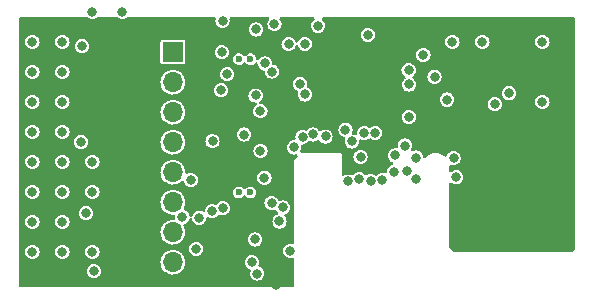
<source format=gbr>
%TF.GenerationSoftware,KiCad,Pcbnew,8.0.4*%
%TF.CreationDate,2024-09-17T19:46:24+01:00*%
%TF.ProjectId,ADE_Main_V4,4144455f-4d61-4696-9e5f-56342e6b6963,rev?*%
%TF.SameCoordinates,Original*%
%TF.FileFunction,Copper,L3,Inr*%
%TF.FilePolarity,Positive*%
%FSLAX46Y46*%
G04 Gerber Fmt 4.6, Leading zero omitted, Abs format (unit mm)*
G04 Created by KiCad (PCBNEW 8.0.4) date 2024-09-17 19:46:24*
%MOMM*%
%LPD*%
G01*
G04 APERTURE LIST*
%TA.AperFunction,ComponentPad*%
%ADD10C,0.600000*%
%TD*%
%TA.AperFunction,ComponentPad*%
%ADD11R,1.700000X1.700000*%
%TD*%
%TA.AperFunction,ComponentPad*%
%ADD12O,1.700000X1.700000*%
%TD*%
%TA.AperFunction,ViaPad*%
%ADD13C,0.800000*%
%TD*%
G04 APERTURE END LIST*
D10*
%TO.N,/UM*%
%TO.C,U3*%
X-180000Y36100000D03*
X-1180000Y36100000D03*
%TD*%
%TO.N,/UM*%
%TO.C,U1*%
X-180000Y24810000D03*
X-1180000Y24810000D03*
%TD*%
D11*
%TO.N,/RRP*%
%TO.C,J15*%
X-6750200Y36692980D03*
D12*
%TO.N,/RRM*%
X-6750200Y34152980D03*
%TO.N,/RSP*%
X-6750200Y31612980D03*
%TO.N,/RSM*%
X-6750200Y29072980D03*
%TO.N,/RTP*%
X-6750200Y26532980D03*
%TO.N,/RTM*%
X-6750200Y23992980D03*
%TO.N,/RNP*%
X-6750200Y21452980D03*
%TO.N,/RNM*%
X-6750200Y18912980D03*
%TD*%
D13*
%TO.N,GND*%
X12877800Y28778200D03*
X-16100000Y27403599D03*
X3048000Y37363400D03*
X-18640000Y32483599D03*
X12065000Y27940000D03*
X24540000Y32483599D03*
X-2540000Y39344600D03*
X-18640000Y24863599D03*
X17246600Y26085800D03*
X-18640000Y27403599D03*
X19460000Y37563599D03*
X4430000Y37400000D03*
X3200400Y19862800D03*
X-14440000Y37200000D03*
X13843000Y27762200D03*
X-14100000Y23060000D03*
X4428453Y33111500D03*
X17018000Y27711400D03*
X-13450000Y18140000D03*
X16920000Y37563599D03*
X-18640000Y29943599D03*
X390000Y17940000D03*
X9457677Y29825500D03*
X16459200Y32664400D03*
X5540000Y38930000D03*
X-13560000Y27403599D03*
X-16100000Y32483599D03*
X13868400Y25908000D03*
X-18640000Y37563599D03*
X-18640000Y22323599D03*
X-16100000Y24863599D03*
X-18640000Y19783599D03*
X1001000Y26060000D03*
X-13560000Y24863599D03*
X-16100000Y22323599D03*
X24540000Y37563599D03*
X670000Y28320000D03*
X-16100000Y29943599D03*
X-5230000Y25880000D03*
X660000Y31690000D03*
X-13560000Y40103599D03*
X-18640000Y35023599D03*
X-16100000Y19783599D03*
X1850000Y39045500D03*
X-11020000Y40103599D03*
X-13560000Y19783599D03*
X-16100000Y35023599D03*
X-16100000Y37563599D03*
X20497800Y32283400D03*
X-14520000Y29090000D03*
%TO.N,+3V3*%
X1955800Y16967200D03*
X26797000Y27305000D03*
X25298400Y26339800D03*
X11050000Y37425000D03*
X15443200Y35737800D03*
X24587200Y34823400D03*
X11277600Y28854400D03*
X-2190000Y25740000D03*
X12166600Y29514800D03*
X-1975500Y37553372D03*
%TO.N,/AVDDOUT*%
X7863900Y30124400D03*
%TO.N,/DVDDOUT*%
X9753600Y38150800D03*
%TO.N,/REF*%
X4013200Y33985200D03*
%TO.N,/ISP*%
X1040000Y35730000D03*
X-2150000Y34820000D03*
%TO.N,/INP*%
X2550000Y23540000D03*
X-2510000Y23480000D03*
%TO.N,/UR+*%
X11970000Y26540000D03*
X3524020Y28620000D03*
%TO.N,/US+*%
X10000000Y25800000D03*
X9143911Y27833911D03*
X5100000Y29720000D03*
%TO.N,/UT+*%
X8050000Y25740000D03*
%TO.N,/ADE_Reset*%
X21717000Y33197800D03*
%TO.N,/O_IN*%
X10375000Y29850000D03*
%TO.N,/SCLK*%
X13250000Y33950000D03*
X13225000Y31200000D03*
%TO.N,/MISO*%
X13214638Y35157566D03*
%TO.N,/MOSI*%
X15409211Y34609211D03*
%TO.N,/SS*%
X14459548Y36442005D03*
%TO.N,/RN*%
X-5934500Y22738843D03*
X-4520000Y22670000D03*
%TO.N,Net-(C5-Pad2)*%
X-3410000Y23230000D03*
X230000Y20824500D03*
%TO.N,Net-(C6-Pad2)*%
X260000Y33020000D03*
X-2650000Y33470000D03*
%TO.N,Net-(C13-Pad2)*%
X-700000Y29710000D03*
X-3390000Y29150000D03*
%TO.N,Net-(C16-Pad2)*%
X309163Y38610563D03*
X-2600000Y36690000D03*
%TO.N,/UM*%
X1610000Y23910000D03*
X1625500Y35047145D03*
X2277484Y22357547D03*
%TO.N,/C+*%
X-70000Y18890000D03*
%TO.N,/UR-*%
X4230000Y29490000D03*
X13040000Y26640000D03*
%TO.N,/US-*%
X11000000Y25870000D03*
X6182300Y29546200D03*
X8393411Y29123411D03*
%TO.N,/UT-*%
X9020000Y25950000D03*
%TO.N,/C-*%
X-4765656Y20033911D03*
%TD*%
%TA.AperFunction,Conductor*%
%TO.N,+3V3*%
G36*
X-13929157Y39629398D02*
G01*
X-13920575Y39623363D01*
X-13862841Y39579063D01*
X-13716762Y39518555D01*
X-13560000Y39497917D01*
X-13551812Y39498995D01*
X-13533832Y39501362D01*
X-13403238Y39518555D01*
X-13257159Y39579063D01*
X-13199426Y39623363D01*
X-13133206Y39648963D01*
X-13122722Y39649400D01*
X-11457278Y39649400D01*
X-11389157Y39629398D01*
X-11380575Y39623363D01*
X-11322841Y39579063D01*
X-11176762Y39518555D01*
X-11020000Y39497917D01*
X-11011812Y39498995D01*
X-10993832Y39501362D01*
X-10863238Y39518555D01*
X-10717159Y39579063D01*
X-10659426Y39623363D01*
X-10593206Y39648963D01*
X-10582722Y39649400D01*
X-3248468Y39649400D01*
X-3180347Y39629398D01*
X-3133854Y39575742D01*
X-3123750Y39505468D01*
X-3124149Y39503523D01*
X-3125044Y39501362D01*
X-3145682Y39344600D01*
X-3125044Y39187838D01*
X-3064536Y39041759D01*
X-2968282Y38916318D01*
X-2842841Y38820064D01*
X-2696762Y38759556D01*
X-2540000Y38738918D01*
X-2531812Y38739996D01*
X-2391426Y38758478D01*
X-2383238Y38759556D01*
X-2237159Y38820064D01*
X-2111718Y38916318D01*
X-2015464Y39041759D01*
X-1954956Y39187838D01*
X-1934318Y39344600D01*
X-1954956Y39501362D01*
X-1952983Y39501622D01*
X-1951547Y39561773D01*
X-1911749Y39620566D01*
X-1846483Y39648510D01*
X-1831532Y39649400D01*
X1300971Y39649400D01*
X1369092Y39629398D01*
X1415585Y39575742D01*
X1425689Y39505468D01*
X1400934Y39446696D01*
X1383087Y39423437D01*
X1325464Y39348341D01*
X1264956Y39202262D01*
X1244318Y39045500D01*
X1264956Y38888738D01*
X1325464Y38742659D01*
X1421718Y38617218D01*
X1547159Y38520964D01*
X1693238Y38460456D01*
X1850000Y38439818D01*
X1858188Y38440896D01*
X1998574Y38459378D01*
X2006762Y38460456D01*
X2152841Y38520964D01*
X2278282Y38617218D01*
X2374536Y38742659D01*
X2435044Y38888738D01*
X2455682Y39045500D01*
X2435044Y39202262D01*
X2374536Y39348341D01*
X2316913Y39423437D01*
X2299066Y39446696D01*
X2273466Y39512917D01*
X2287731Y39582465D01*
X2337332Y39633261D01*
X2399029Y39649400D01*
X5119926Y39649400D01*
X5188047Y39629398D01*
X5234540Y39575742D01*
X5244644Y39505468D01*
X5215150Y39440888D01*
X5196631Y39423437D01*
X5111718Y39358282D01*
X5015464Y39232841D01*
X4954956Y39086762D01*
X4934318Y38930000D01*
X4954956Y38773238D01*
X5015464Y38627159D01*
X5111718Y38501718D01*
X5237159Y38405464D01*
X5383238Y38344956D01*
X5540000Y38324318D01*
X5548188Y38325396D01*
X5688574Y38343878D01*
X5696762Y38344956D01*
X5842841Y38405464D01*
X5968282Y38501718D01*
X6064536Y38627159D01*
X6125044Y38773238D01*
X6145682Y38930000D01*
X6125044Y39086762D01*
X6064536Y39232841D01*
X5968282Y39358282D01*
X5883370Y39423437D01*
X5841503Y39480775D01*
X5837281Y39551646D01*
X5872045Y39613549D01*
X5934758Y39646830D01*
X5960074Y39649400D01*
X27153600Y39649400D01*
X27221721Y39629398D01*
X27268214Y39575742D01*
X27279600Y39523400D01*
X27279600Y20014633D01*
X27259598Y19946512D01*
X27242695Y19925538D01*
X27104062Y19786905D01*
X27041750Y19752879D01*
X27014967Y19750000D01*
X17085033Y19750000D01*
X17016912Y19770002D01*
X16995938Y19786905D01*
X16686905Y20095938D01*
X16652879Y20158250D01*
X16650000Y20185033D01*
X16650000Y25531170D01*
X16670002Y25599291D01*
X16723658Y25645784D01*
X16793932Y25655888D01*
X16852704Y25631132D01*
X16937203Y25566294D01*
X16937206Y25566292D01*
X16943759Y25561264D01*
X17089838Y25500756D01*
X17246600Y25480118D01*
X17254788Y25481196D01*
X17395174Y25499678D01*
X17403362Y25500756D01*
X17549441Y25561264D01*
X17674882Y25657518D01*
X17681536Y25666189D01*
X17751339Y25757159D01*
X17771136Y25782959D01*
X17831644Y25929038D01*
X17852282Y26085800D01*
X17831644Y26242562D01*
X17771136Y26388641D01*
X17674882Y26514082D01*
X17659421Y26525946D01*
X17623064Y26553843D01*
X17549441Y26610336D01*
X17403362Y26670844D01*
X17246600Y26691482D01*
X17089838Y26670844D01*
X16943759Y26610336D01*
X16937208Y26605309D01*
X16937203Y26605306D01*
X16852704Y26540468D01*
X16786484Y26514867D01*
X16716935Y26529132D01*
X16666139Y26578733D01*
X16650000Y26640430D01*
X16650000Y26962688D01*
X16653254Y26991140D01*
X16655142Y26999284D01*
X16655143Y27000000D01*
X16654316Y27003625D01*
X16654628Y27005399D01*
X16653926Y27005338D01*
X16653242Y27013159D01*
X16667233Y27082764D01*
X16716634Y27133755D01*
X16785761Y27149943D01*
X16826982Y27140545D01*
X16853605Y27129517D01*
X16853610Y27129516D01*
X16861238Y27126356D01*
X16869426Y27125278D01*
X16879536Y27123947D01*
X17018000Y27105718D01*
X17026188Y27106796D01*
X17166574Y27125278D01*
X17174762Y27126356D01*
X17320841Y27186864D01*
X17446282Y27283118D01*
X17542536Y27408559D01*
X17603044Y27554638D01*
X17607458Y27588162D01*
X17620251Y27685337D01*
X17623682Y27711400D01*
X17603044Y27868162D01*
X17542536Y28014241D01*
X17472370Y28105683D01*
X17451305Y28133136D01*
X17446282Y28139682D01*
X17427851Y28153825D01*
X17327392Y28230909D01*
X17320841Y28235936D01*
X17174762Y28296444D01*
X17018000Y28317082D01*
X16861238Y28296444D01*
X16715159Y28235936D01*
X16708608Y28230909D01*
X16608150Y28153825D01*
X16589718Y28139682D01*
X16584695Y28133136D01*
X16563630Y28105683D01*
X16493464Y28014241D01*
X16453998Y27918962D01*
X16453930Y27918797D01*
X16409382Y27863516D01*
X16342018Y27841095D01*
X16273227Y27858653D01*
X16248426Y27877920D01*
X16242030Y27884316D01*
X16222111Y27898264D01*
X16103583Y27981258D01*
X16077197Y27999734D01*
X16072215Y28002057D01*
X16072210Y28002060D01*
X15899808Y28082452D01*
X15899807Y28082453D01*
X15894826Y28084775D01*
X15889518Y28086197D01*
X15889516Y28086198D01*
X15705773Y28135431D01*
X15705772Y28135431D01*
X15700458Y28136855D01*
X15500000Y28154393D01*
X15299542Y28136855D01*
X15294228Y28135431D01*
X15294227Y28135431D01*
X15110484Y28086198D01*
X15110482Y28086197D01*
X15105174Y28084775D01*
X15100194Y28082453D01*
X15100192Y28082452D01*
X14927791Y28002060D01*
X14927786Y28002057D01*
X14922804Y27999734D01*
X14918297Y27996578D01*
X14918295Y27996577D01*
X14762481Y27887475D01*
X14762478Y27887473D01*
X14757970Y27884316D01*
X14651124Y27777470D01*
X14588812Y27743444D01*
X14517997Y27748509D01*
X14461161Y27791056D01*
X14437107Y27850119D01*
X14435344Y27863516D01*
X14428044Y27918962D01*
X14422936Y27931295D01*
X14399181Y27988643D01*
X14367536Y28065041D01*
X14271282Y28190482D01*
X14145841Y28286736D01*
X13999762Y28347244D01*
X13843000Y28367882D01*
X13686238Y28347244D01*
X13557179Y28293786D01*
X13486591Y28286197D01*
X13423104Y28317976D01*
X13386876Y28379034D01*
X13389410Y28449985D01*
X13398665Y28470575D01*
X13402336Y28475359D01*
X13414149Y28503878D01*
X13459684Y28613809D01*
X13462844Y28621438D01*
X13483482Y28778200D01*
X13462844Y28934962D01*
X13402336Y29081041D01*
X13306082Y29206482D01*
X13180641Y29302736D01*
X13034562Y29363244D01*
X12877800Y29383882D01*
X12721038Y29363244D01*
X12574959Y29302736D01*
X12449518Y29206482D01*
X12353264Y29081041D01*
X12292756Y28934962D01*
X12272118Y28778200D01*
X12273196Y28770012D01*
X12285489Y28676634D01*
X12274549Y28606485D01*
X12227421Y28553387D01*
X12159067Y28534197D01*
X12144121Y28535266D01*
X12073189Y28544604D01*
X12073188Y28544604D01*
X12065000Y28545682D01*
X11908238Y28525044D01*
X11762159Y28464536D01*
X11636718Y28368282D01*
X11540464Y28242841D01*
X11479956Y28096762D01*
X11478878Y28088574D01*
X11478565Y28086198D01*
X11459318Y27940000D01*
X11479956Y27783238D01*
X11540464Y27637159D01*
X11636718Y27511718D01*
X11762159Y27415464D01*
X11831392Y27386787D01*
X11872070Y27369937D01*
X11927351Y27325388D01*
X11949772Y27258025D01*
X11932214Y27189234D01*
X11880251Y27140855D01*
X11840297Y27128606D01*
X11813238Y27125044D01*
X11667159Y27064536D01*
X11541718Y26968282D01*
X11445464Y26842841D01*
X11384956Y26696762D01*
X11365151Y26546323D01*
X11364412Y26540713D01*
X11335690Y26475786D01*
X11276425Y26436694D01*
X11205433Y26435849D01*
X11191273Y26440750D01*
X11164395Y26451883D01*
X11164390Y26451884D01*
X11156762Y26455044D01*
X11000000Y26475682D01*
X10843238Y26455044D01*
X10697159Y26394536D01*
X10571718Y26298282D01*
X10566695Y26291736D01*
X10566692Y26291733D01*
X10561459Y26284913D01*
X10504121Y26243045D01*
X10433251Y26238823D01*
X10384792Y26261653D01*
X10348339Y26289624D01*
X10302841Y26324536D01*
X10156762Y26385044D01*
X10000000Y26405682D01*
X9843238Y26385044D01*
X9697159Y26324536D01*
X9690608Y26319509D01*
X9690603Y26319506D01*
X9666433Y26300960D01*
X9600213Y26275359D01*
X9530664Y26289624D01*
X9489766Y26324219D01*
X9453308Y26371733D01*
X9453304Y26371737D01*
X9448282Y26378282D01*
X9322841Y26474536D01*
X9176762Y26535044D01*
X9135563Y26540468D01*
X9080493Y26547718D01*
X9020000Y26555682D01*
X8959507Y26547718D01*
X8904438Y26540468D01*
X8863238Y26535044D01*
X8717159Y26474536D01*
X8591718Y26378282D01*
X8532983Y26301736D01*
X8524503Y26290685D01*
X8467165Y26248818D01*
X8396294Y26244596D01*
X8361543Y26258268D01*
X8359389Y26259512D01*
X8352841Y26264536D01*
X8345215Y26267695D01*
X8345213Y26267696D01*
X8214391Y26321884D01*
X8206762Y26325044D01*
X8050000Y26345682D01*
X7893238Y26325044D01*
X7885609Y26321884D01*
X7754787Y26267696D01*
X7754785Y26267695D01*
X7747159Y26264536D01*
X7740609Y26259510D01*
X7739000Y26258581D01*
X7670005Y26241843D01*
X7602913Y26265063D01*
X7559026Y26320871D01*
X7550000Y26367700D01*
X7550000Y27833911D01*
X8538229Y27833911D01*
X8558867Y27677149D01*
X8619375Y27531070D01*
X8668546Y27466989D01*
X8710440Y27412392D01*
X8715629Y27405629D01*
X8841070Y27309375D01*
X8987149Y27248867D01*
X8995337Y27247789D01*
X9018368Y27244757D01*
X9143911Y27228229D01*
X9152099Y27229307D01*
X9191575Y27234504D01*
X9269454Y27244757D01*
X9292485Y27247789D01*
X9300673Y27248867D01*
X9446752Y27309375D01*
X9572193Y27405629D01*
X9577383Y27412392D01*
X9619276Y27466989D01*
X9668447Y27531070D01*
X9728955Y27677149D01*
X9749593Y27833911D01*
X9728955Y27990673D01*
X9668447Y28136752D01*
X9572193Y28262193D01*
X9446752Y28358447D01*
X9300673Y28418955D01*
X9143911Y28439593D01*
X8987149Y28418955D01*
X8841070Y28358447D01*
X8715629Y28262193D01*
X8619375Y28136752D01*
X8558867Y27990673D01*
X8538229Y27833911D01*
X7550000Y27833911D01*
X7550000Y27944123D01*
X7550033Y27981258D01*
X7550033Y27981260D01*
X7550045Y27995449D01*
X7543902Y28008242D01*
X7542773Y28013210D01*
X7540215Y28020535D01*
X7538006Y28025125D01*
X7534850Y28038962D01*
X7526006Y28050061D01*
X7523636Y28054985D01*
X7520084Y28060647D01*
X7516688Y28064916D01*
X7510547Y28077705D01*
X7499464Y28086568D01*
X7496293Y28090554D01*
X7490809Y28096048D01*
X7486827Y28099227D01*
X7477985Y28110323D01*
X7465207Y28116486D01*
X7460936Y28119896D01*
X7455286Y28123454D01*
X7450366Y28125832D01*
X7439285Y28134694D01*
X7425457Y28137874D01*
X7420876Y28140088D01*
X7413551Y28142661D01*
X7408580Y28143799D01*
X7395798Y28149965D01*
X7372787Y28149985D01*
X7372789Y28151997D01*
X7372723Y28152012D01*
X7372723Y28150000D01*
X7355877Y28150000D01*
X7304551Y28150045D01*
X7304555Y28154850D01*
X7304457Y28154856D01*
X7304457Y28150000D01*
X4236076Y28150000D01*
X4233737Y28150133D01*
X4223223Y28153825D01*
X4209124Y28152256D01*
X4209123Y28152256D01*
X4195800Y28150773D01*
X4187106Y28150291D01*
X4184523Y28150000D01*
X4177454Y28150000D01*
X4177454Y28150375D01*
X4111592Y28161914D01*
X4059386Y28210029D01*
X4041480Y28278731D01*
X4051012Y28323088D01*
X4105904Y28455609D01*
X4109064Y28463238D01*
X4129702Y28620000D01*
X4113515Y28742951D01*
X4124454Y28813098D01*
X4171582Y28866197D01*
X4230171Y28883022D01*
X4230000Y28884318D01*
X4386762Y28904956D01*
X4532841Y28965464D01*
X4634548Y29043506D01*
X4651736Y29056695D01*
X4658282Y29061718D01*
X4663305Y29068264D01*
X4663308Y29068267D01*
X4710794Y29130153D01*
X4768132Y29172021D01*
X4839003Y29176243D01*
X4858974Y29169859D01*
X4943238Y29134956D01*
X4951426Y29133878D01*
X4995193Y29128116D01*
X5100000Y29114318D01*
X5108188Y29115396D01*
X5248574Y29133878D01*
X5256762Y29134956D01*
X5402841Y29195464D01*
X5409394Y29200492D01*
X5409397Y29200494D01*
X5486461Y29259627D01*
X5552681Y29285228D01*
X5622230Y29270963D01*
X5663127Y29236370D01*
X5714162Y29169859D01*
X5748618Y29124956D01*
X5754018Y29117918D01*
X5879459Y29021664D01*
X6025538Y28961156D01*
X6033726Y28960078D01*
X6103919Y28950837D01*
X6182300Y28940518D01*
X6190488Y28941596D01*
X6330874Y28960078D01*
X6339062Y28961156D01*
X6485141Y29021664D01*
X6610582Y29117918D01*
X6615983Y29124956D01*
X6670085Y29195464D01*
X6706836Y29243359D01*
X6767344Y29389438D01*
X6787982Y29546200D01*
X6767344Y29702962D01*
X6706836Y29849041D01*
X6622377Y29959111D01*
X6615605Y29967936D01*
X6610582Y29974482D01*
X6583534Y29995237D01*
X6547559Y30022841D01*
X6485141Y30070736D01*
X6355585Y30124400D01*
X7258218Y30124400D01*
X7278856Y29967638D01*
X7339364Y29821559D01*
X7344391Y29815008D01*
X7426152Y29708455D01*
X7435618Y29696118D01*
X7561059Y29599864D01*
X7707138Y29539356D01*
X7715324Y29538278D01*
X7715325Y29538278D01*
X7742138Y29534748D01*
X7807065Y29506025D01*
X7846156Y29446759D01*
X7847000Y29375767D01*
X7842103Y29361620D01*
X7808367Y29280173D01*
X7787729Y29123411D01*
X7788807Y29115223D01*
X7804867Y28993238D01*
X7808367Y28966649D01*
X7868875Y28820570D01*
X7965129Y28695129D01*
X8090570Y28598875D01*
X8236649Y28538367D01*
X8244837Y28537289D01*
X8268323Y28534197D01*
X8393411Y28517729D01*
X8401599Y28518807D01*
X8424972Y28521884D01*
X8518499Y28534197D01*
X8541985Y28537289D01*
X8550173Y28538367D01*
X8696252Y28598875D01*
X8821693Y28695129D01*
X8917947Y28820570D01*
X8978455Y28966649D01*
X8981956Y28993238D01*
X8998015Y29115223D01*
X8999093Y29123411D01*
X8993872Y29163066D01*
X9004811Y29233212D01*
X9051938Y29286311D01*
X9120292Y29305502D01*
X9167012Y29295920D01*
X9293285Y29243616D01*
X9293288Y29243615D01*
X9300915Y29240456D01*
X9457677Y29219818D01*
X9465865Y29220896D01*
X9606251Y29239378D01*
X9614439Y29240456D01*
X9760518Y29300964D01*
X9855599Y29373922D01*
X9921820Y29399522D01*
X9991368Y29385257D01*
X10009007Y29373922D01*
X10072159Y29325464D01*
X10218238Y29264956D01*
X10375000Y29244318D01*
X10383188Y29245396D01*
X10425672Y29250989D01*
X10531762Y29264956D01*
X10677841Y29325464D01*
X10803282Y29421718D01*
X10899536Y29547159D01*
X10960044Y29693238D01*
X10980682Y29850000D01*
X10960044Y30006762D01*
X10899536Y30152841D01*
X10803282Y30278282D01*
X10785556Y30291884D01*
X10684392Y30369509D01*
X10677841Y30374536D01*
X10531762Y30435044D01*
X10375000Y30455682D01*
X10218238Y30435044D01*
X10072159Y30374536D01*
X10065608Y30369509D01*
X9977078Y30301578D01*
X9910857Y30275978D01*
X9841309Y30290243D01*
X9823670Y30301578D01*
X9767069Y30345009D01*
X9760518Y30350036D01*
X9614439Y30410544D01*
X9457677Y30431182D01*
X9300915Y30410544D01*
X9154836Y30350036D01*
X9029395Y30253782D01*
X8933141Y30128341D01*
X8872633Y29982262D01*
X8851995Y29825500D01*
X8857216Y29785845D01*
X8846277Y29715699D01*
X8799150Y29662600D01*
X8730796Y29643409D01*
X8684076Y29652991D01*
X8557803Y29705295D01*
X8557800Y29705296D01*
X8550173Y29708455D01*
X8541987Y29709533D01*
X8541986Y29709533D01*
X8515173Y29713063D01*
X8450246Y29741786D01*
X8411155Y29801052D01*
X8410311Y29872044D01*
X8415208Y29886191D01*
X8448944Y29967638D01*
X8469582Y30124400D01*
X8448944Y30281162D01*
X8388436Y30427241D01*
X8292182Y30552682D01*
X8166741Y30648936D01*
X8020662Y30709444D01*
X7863900Y30730082D01*
X7707138Y30709444D01*
X7561059Y30648936D01*
X7435618Y30552682D01*
X7339364Y30427241D01*
X7278856Y30281162D01*
X7258218Y30124400D01*
X6355585Y30124400D01*
X6339062Y30131244D01*
X6328854Y30132588D01*
X6247449Y30143305D01*
X6182300Y30151882D01*
X6117151Y30143305D01*
X6035747Y30132588D01*
X6025538Y30131244D01*
X5879459Y30070736D01*
X5872908Y30065709D01*
X5872903Y30065706D01*
X5795839Y30006573D01*
X5729619Y29980972D01*
X5660070Y29995237D01*
X5619172Y30029831D01*
X5616160Y30033757D01*
X5540324Y30132588D01*
X5533305Y30141736D01*
X5528282Y30148282D01*
X5402841Y30244536D01*
X5256762Y30305044D01*
X5100000Y30325682D01*
X4943238Y30305044D01*
X4797159Y30244536D01*
X4671718Y30148282D01*
X4666695Y30141736D01*
X4666692Y30141733D01*
X4619206Y30079847D01*
X4561868Y30037979D01*
X4490997Y30033757D01*
X4471025Y30040141D01*
X4463754Y30043153D01*
X4409299Y30065709D01*
X4394391Y30071884D01*
X4386762Y30075044D01*
X4350280Y30079847D01*
X4308381Y30085363D01*
X4230000Y30095682D01*
X4151619Y30085363D01*
X4109721Y30079847D01*
X4073238Y30075044D01*
X3927159Y30014536D01*
X3801718Y29918282D01*
X3705464Y29792841D01*
X3644956Y29646762D01*
X3624318Y29490000D01*
X3640505Y29367049D01*
X3629566Y29296902D01*
X3582438Y29243803D01*
X3523849Y29226978D01*
X3524020Y29225682D01*
X3378181Y29206482D01*
X3367258Y29205044D01*
X3221179Y29144536D01*
X3095738Y29048282D01*
X3090715Y29041736D01*
X3079171Y29026691D01*
X2999484Y28922841D01*
X2938976Y28776762D01*
X2918338Y28620000D01*
X2938976Y28463238D01*
X2999484Y28317159D01*
X3023242Y28286197D01*
X3081688Y28210029D01*
X3095738Y28191718D01*
X3102284Y28186695D01*
X3119355Y28173596D01*
X3221179Y28095464D01*
X3367258Y28034956D01*
X3375446Y28033878D01*
X3399586Y28030700D01*
X3524020Y28014318D01*
X3532208Y28015396D01*
X3545600Y28017159D01*
X3680782Y28034956D01*
X3681164Y28032053D01*
X3738014Y28030700D01*
X3796810Y27990907D01*
X3824759Y27925643D01*
X3812986Y27855629D01*
X3788745Y27821588D01*
X3634088Y27666931D01*
X3632340Y27665370D01*
X3622295Y27660547D01*
X3613435Y27649467D01*
X3613434Y27649467D01*
X3605062Y27638998D01*
X3599263Y27632518D01*
X3597639Y27630482D01*
X3592636Y27625479D01*
X3588875Y27619494D01*
X3586901Y27617020D01*
X3582241Y27610462D01*
X3565306Y27589285D01*
X3562663Y27577789D01*
X3556386Y27567803D01*
X3554792Y27553705D01*
X3553340Y27540862D01*
X3551932Y27532627D01*
X3551596Y27529663D01*
X3550000Y27522723D01*
X3550000Y27515603D01*
X3549684Y27512819D01*
X3549202Y27504262D01*
X3546135Y27477134D01*
X3549859Y27466471D01*
X3550000Y27463941D01*
X3550000Y20556540D01*
X3529998Y20488419D01*
X3476342Y20441926D01*
X3406068Y20431822D01*
X3375780Y20440132D01*
X3364792Y20444684D01*
X3364789Y20444685D01*
X3357162Y20447844D01*
X3200400Y20468482D01*
X3043638Y20447844D01*
X2897559Y20387336D01*
X2772118Y20291082D01*
X2675864Y20165641D01*
X2615356Y20019562D01*
X2594718Y19862800D01*
X2615356Y19706038D01*
X2675864Y19559959D01*
X2772118Y19434518D01*
X2897559Y19338264D01*
X3043638Y19277756D01*
X3200400Y19257118D01*
X3208588Y19258196D01*
X3348974Y19276678D01*
X3357162Y19277756D01*
X3364789Y19280915D01*
X3364792Y19280916D01*
X3375780Y19285468D01*
X3446370Y19293058D01*
X3509857Y19261280D01*
X3546086Y19200223D01*
X3550000Y19169060D01*
X3550000Y16915400D01*
X3529998Y16847279D01*
X3476342Y16800786D01*
X3424000Y16789400D01*
X-19660600Y16789400D01*
X-19728721Y16809402D01*
X-19775214Y16863058D01*
X-19786600Y16915400D01*
X-19786600Y18140000D01*
X-14055682Y18140000D01*
X-14054604Y18131812D01*
X-14040110Y18021722D01*
X-14035044Y17983238D01*
X-13974536Y17837159D01*
X-13878282Y17711718D01*
X-13752841Y17615464D01*
X-13606762Y17554956D01*
X-13450000Y17534318D01*
X-13441812Y17535396D01*
X-13301426Y17553878D01*
X-13293238Y17554956D01*
X-13147159Y17615464D01*
X-13021718Y17711718D01*
X-12925464Y17837159D01*
X-12864956Y17983238D01*
X-12859889Y18021722D01*
X-12845396Y18131812D01*
X-12844318Y18140000D01*
X-12864956Y18296762D01*
X-12868164Y18304508D01*
X-12891869Y18361736D01*
X-12925464Y18442841D01*
X-13021718Y18568282D01*
X-13147159Y18664536D01*
X-13293238Y18725044D01*
X-13450000Y18745682D01*
X-13606762Y18725044D01*
X-13752841Y18664536D01*
X-13878282Y18568282D01*
X-13974536Y18442841D01*
X-14008131Y18361736D01*
X-14031835Y18304508D01*
X-14035044Y18296762D01*
X-14055682Y18140000D01*
X-19786600Y18140000D01*
X-19786600Y18927718D01*
X-7805680Y18927718D01*
X-7805164Y18921574D01*
X-7790036Y18741426D01*
X-7788441Y18722427D01*
X-7786742Y18716502D01*
X-7751841Y18594789D01*
X-7731656Y18524394D01*
X-7728841Y18518917D01*
X-7728840Y18518914D01*
X-7648062Y18361736D01*
X-7637488Y18341162D01*
X-7509523Y18179710D01*
X-7504830Y18175716D01*
X-7504829Y18175715D01*
X-7402438Y18088574D01*
X-7352636Y18046189D01*
X-7172802Y17945683D01*
X-7077962Y17914867D01*
X-6982729Y17883924D01*
X-6982725Y17883923D01*
X-6976871Y17882021D01*
X-6772306Y17857629D01*
X-6766171Y17858101D01*
X-6766169Y17858101D01*
X-6710161Y17862411D01*
X-6566900Y17873434D01*
X-6560970Y17875090D01*
X-6560968Y17875090D01*
X-6374403Y17927180D01*
X-6374404Y17927180D01*
X-6368475Y17928835D01*
X-6362986Y17931608D01*
X-6362980Y17931610D01*
X-6190084Y18018947D01*
X-6184590Y18021722D01*
X-6022249Y18148556D01*
X-5978224Y18199559D01*
X-5891660Y18299846D01*
X-5891660Y18299847D01*
X-5887636Y18304508D01*
X-5866813Y18341162D01*
X-5809052Y18442841D01*
X-5785877Y18483636D01*
X-5720849Y18679117D01*
X-5695029Y18883506D01*
X-5694938Y18890000D01*
X-675682Y18890000D01*
X-655044Y18733238D01*
X-594536Y18587159D01*
X-498282Y18461718D01*
X-372841Y18365464D01*
X-242489Y18311471D01*
X-187209Y18266923D01*
X-164788Y18199559D01*
X-174298Y18146846D01*
X-195044Y18096762D01*
X-215682Y17940000D01*
X-195044Y17783238D01*
X-134536Y17637159D01*
X-38282Y17511718D01*
X87159Y17415464D01*
X233238Y17354956D01*
X390000Y17334318D01*
X398188Y17335396D01*
X538574Y17353878D01*
X546762Y17354956D01*
X692841Y17415464D01*
X818282Y17511718D01*
X914536Y17637159D01*
X975044Y17783238D01*
X995682Y17940000D01*
X975044Y18096762D01*
X914536Y18242841D01*
X846059Y18332082D01*
X823305Y18361736D01*
X818282Y18368282D01*
X692841Y18464536D01*
X562489Y18518529D01*
X507209Y18563077D01*
X484788Y18630441D01*
X494298Y18683154D01*
X515044Y18733238D01*
X535682Y18890000D01*
X515044Y19046762D01*
X454536Y19192841D01*
X358282Y19318282D01*
X232841Y19414536D01*
X86762Y19475044D01*
X-70000Y19495682D01*
X-226762Y19475044D01*
X-372841Y19414536D01*
X-498282Y19318282D01*
X-594536Y19192841D01*
X-655044Y19046762D01*
X-675682Y18890000D01*
X-5694938Y18890000D01*
X-5694617Y18912980D01*
X-5714720Y19118010D01*
X-5774265Y19315231D01*
X-5870982Y19497131D01*
X-5983446Y19635025D01*
X-5997294Y19652005D01*
X-5997297Y19652008D01*
X-6001189Y19656780D01*
X-6018414Y19671030D01*
X-6155175Y19784169D01*
X-6155179Y19784171D01*
X-6159925Y19788098D01*
X-6341145Y19886083D01*
X-6537946Y19947003D01*
X-6544071Y19947647D01*
X-6544072Y19947647D01*
X-6736702Y19967893D01*
X-6736704Y19967893D01*
X-6742831Y19968537D01*
X-6825234Y19961038D01*
X-6941858Y19950425D01*
X-6941861Y19950424D01*
X-6947997Y19949866D01*
X-7145628Y19891700D01*
X-7328198Y19796254D01*
X-7332999Y19792394D01*
X-7333002Y19792392D01*
X-7382146Y19752879D01*
X-7488753Y19667165D01*
X-7621176Y19509350D01*
X-7624144Y19503952D01*
X-7624147Y19503947D01*
X-7705333Y19356268D01*
X-7720424Y19328818D01*
X-7782716Y19132448D01*
X-7783402Y19126331D01*
X-7783403Y19126327D01*
X-7792327Y19046762D01*
X-7805680Y18927718D01*
X-19786600Y18927718D01*
X-19786600Y19783599D01*
X-19245682Y19783599D01*
X-19225044Y19626837D01*
X-19164536Y19480758D01*
X-19068282Y19355317D01*
X-18942841Y19259063D01*
X-18796762Y19198555D01*
X-18640000Y19177917D01*
X-18631812Y19178995D01*
X-18491426Y19197477D01*
X-18483238Y19198555D01*
X-18337159Y19259063D01*
X-18211718Y19355317D01*
X-18115464Y19480758D01*
X-18054956Y19626837D01*
X-18034318Y19783599D01*
X-16705682Y19783599D01*
X-16685044Y19626837D01*
X-16624536Y19480758D01*
X-16528282Y19355317D01*
X-16402841Y19259063D01*
X-16256762Y19198555D01*
X-16100000Y19177917D01*
X-16091812Y19178995D01*
X-15951426Y19197477D01*
X-15943238Y19198555D01*
X-15797159Y19259063D01*
X-15671718Y19355317D01*
X-15575464Y19480758D01*
X-15514956Y19626837D01*
X-15494318Y19783599D01*
X-14165682Y19783599D01*
X-14145044Y19626837D01*
X-14084536Y19480758D01*
X-13988282Y19355317D01*
X-13862841Y19259063D01*
X-13716762Y19198555D01*
X-13560000Y19177917D01*
X-13551812Y19178995D01*
X-13411426Y19197477D01*
X-13403238Y19198555D01*
X-13257159Y19259063D01*
X-13131718Y19355317D01*
X-13035464Y19480758D01*
X-12974956Y19626837D01*
X-12954318Y19783599D01*
X-12972887Y19924646D01*
X-12973878Y19932173D01*
X-12974956Y19940361D01*
X-13013706Y20033911D01*
X-5371338Y20033911D01*
X-5368800Y20014633D01*
X-5357070Y19925538D01*
X-5350700Y19877149D01*
X-5290192Y19731070D01*
X-5193938Y19605629D01*
X-5068497Y19509375D01*
X-4922418Y19448867D01*
X-4765656Y19428229D01*
X-4757468Y19429307D01*
X-4732667Y19432572D01*
X-4608894Y19448867D01*
X-4462815Y19509375D01*
X-4337374Y19605629D01*
X-4241120Y19731070D01*
X-4180612Y19877149D01*
X-4174241Y19925538D01*
X-4162512Y20014633D01*
X-4159974Y20033911D01*
X-4180612Y20190673D01*
X-4241120Y20336752D01*
X-4337374Y20462193D01*
X-4349646Y20471610D01*
X-4414872Y20521659D01*
X-4462815Y20558447D01*
X-4608894Y20618955D01*
X-4765656Y20639593D01*
X-4922418Y20618955D01*
X-5068497Y20558447D01*
X-5116440Y20521659D01*
X-5181665Y20471610D01*
X-5193938Y20462193D01*
X-5290192Y20336752D01*
X-5350700Y20190673D01*
X-5371338Y20033911D01*
X-13013706Y20033911D01*
X-13035464Y20086440D01*
X-13131718Y20211881D01*
X-13257159Y20308135D01*
X-13403238Y20368643D01*
X-13560000Y20389281D01*
X-13716762Y20368643D01*
X-13862841Y20308135D01*
X-13988282Y20211881D01*
X-14084536Y20086440D01*
X-14145044Y19940361D01*
X-14146122Y19932173D01*
X-14147113Y19924646D01*
X-14165682Y19783599D01*
X-15494318Y19783599D01*
X-15512887Y19924646D01*
X-15513878Y19932173D01*
X-15514956Y19940361D01*
X-15575464Y20086440D01*
X-15671718Y20211881D01*
X-15797159Y20308135D01*
X-15943238Y20368643D01*
X-16100000Y20389281D01*
X-16256762Y20368643D01*
X-16402841Y20308135D01*
X-16528282Y20211881D01*
X-16624536Y20086440D01*
X-16685044Y19940361D01*
X-16686122Y19932173D01*
X-16687113Y19924646D01*
X-16705682Y19783599D01*
X-18034318Y19783599D01*
X-18052887Y19924646D01*
X-18053878Y19932173D01*
X-18054956Y19940361D01*
X-18115464Y20086440D01*
X-18211718Y20211881D01*
X-18337159Y20308135D01*
X-18483238Y20368643D01*
X-18640000Y20389281D01*
X-18796762Y20368643D01*
X-18942841Y20308135D01*
X-19068282Y20211881D01*
X-19164536Y20086440D01*
X-19225044Y19940361D01*
X-19226122Y19932173D01*
X-19227113Y19924646D01*
X-19245682Y19783599D01*
X-19786600Y19783599D01*
X-19786600Y21467718D01*
X-7805680Y21467718D01*
X-7788441Y21262427D01*
X-7731656Y21064394D01*
X-7728841Y21058917D01*
X-7728840Y21058914D01*
X-7707953Y21018273D01*
X-7637488Y20881162D01*
X-7509523Y20719710D01*
X-7352636Y20586189D01*
X-7347258Y20583183D01*
X-7347256Y20583182D01*
X-7294003Y20553420D01*
X-7172802Y20485683D01*
X-7100507Y20462193D01*
X-6982729Y20423924D01*
X-6982725Y20423923D01*
X-6976871Y20422021D01*
X-6772306Y20397629D01*
X-6766171Y20398101D01*
X-6766169Y20398101D01*
X-6705570Y20402764D01*
X-6566900Y20413434D01*
X-6560970Y20415090D01*
X-6560968Y20415090D01*
X-6374403Y20467180D01*
X-6374404Y20467180D01*
X-6368475Y20468835D01*
X-6362986Y20471608D01*
X-6362980Y20471610D01*
X-6194849Y20556540D01*
X-6184590Y20561722D01*
X-6022249Y20688556D01*
X-5904906Y20824500D01*
X-375682Y20824500D01*
X-355044Y20667738D01*
X-294536Y20521659D01*
X-198282Y20396218D01*
X-72841Y20299964D01*
X73238Y20239456D01*
X230000Y20218818D01*
X238188Y20219896D01*
X378574Y20238378D01*
X386762Y20239456D01*
X532841Y20299964D01*
X658282Y20396218D01*
X754536Y20521659D01*
X815044Y20667738D01*
X835682Y20824500D01*
X815044Y20981262D01*
X754536Y21127341D01*
X658282Y21252782D01*
X532841Y21349036D01*
X386762Y21409544D01*
X230000Y21430182D01*
X73238Y21409544D01*
X-72841Y21349036D01*
X-198282Y21252782D01*
X-294536Y21127341D01*
X-355044Y20981262D01*
X-375682Y20824500D01*
X-5904906Y20824500D01*
X-5887636Y20844508D01*
X-5866813Y20881162D01*
X-5788924Y21018273D01*
X-5785877Y21023636D01*
X-5720849Y21219117D01*
X-5695029Y21423506D01*
X-5694617Y21452980D01*
X-5714720Y21658010D01*
X-5774265Y21855231D01*
X-5839867Y21978612D01*
X-5854186Y22048150D01*
X-5828638Y22114390D01*
X-5776833Y22154174D01*
X-5746262Y22166837D01*
X-5631659Y22214307D01*
X-5506218Y22310561D01*
X-5489466Y22332392D01*
X-5476447Y22349359D01*
X-5409964Y22436002D01*
X-5350821Y22578785D01*
X-5306272Y22634065D01*
X-5238909Y22656486D01*
X-5170117Y22638928D01*
X-5121739Y22586965D01*
X-5109490Y22547013D01*
X-5105044Y22513238D01*
X-5044536Y22367159D01*
X-4948282Y22241718D01*
X-4822841Y22145464D01*
X-4676762Y22084956D01*
X-4520000Y22064318D01*
X-4511812Y22065396D01*
X-4371426Y22083878D01*
X-4363238Y22084956D01*
X-4217159Y22145464D01*
X-4091718Y22241718D01*
X-3995464Y22367159D01*
X-3934956Y22513238D01*
X-3927217Y22572021D01*
X-3920077Y22626253D01*
X-3891354Y22691180D01*
X-3832089Y22730271D01*
X-3761097Y22731116D01*
X-3726905Y22713999D01*
X-3726546Y22714621D01*
X-3719393Y22710491D01*
X-3712841Y22705464D01*
X-3566762Y22644956D01*
X-3410000Y22624318D01*
X-3401812Y22625396D01*
X-3261426Y22643878D01*
X-3253238Y22644956D01*
X-3107159Y22705464D01*
X-2981718Y22801718D01*
X-2910324Y22894761D01*
X-2852987Y22936627D01*
X-2782116Y22940849D01*
X-2762152Y22934468D01*
X-2666762Y22894956D01*
X-2510000Y22874318D01*
X-2501812Y22875396D01*
X-2361426Y22893878D01*
X-2353238Y22894956D01*
X-2207159Y22955464D01*
X-2081718Y23051718D01*
X-1985464Y23177159D01*
X-1924956Y23323238D01*
X-1904318Y23480000D01*
X-1924956Y23636762D01*
X-1928386Y23645044D01*
X-1933870Y23658282D01*
X-1985464Y23782841D01*
X-2081718Y23908282D01*
X-2083957Y23910000D01*
X1004318Y23910000D01*
X1024956Y23753238D01*
X1085464Y23607159D01*
X1181718Y23481718D01*
X1307159Y23385464D01*
X1453238Y23324956D01*
X1461426Y23323878D01*
X1508444Y23317688D01*
X1610000Y23304318D01*
X1618188Y23305396D01*
X1758574Y23323878D01*
X1766762Y23324956D01*
X1774389Y23328115D01*
X1774392Y23328116D01*
X1840128Y23355345D01*
X1910718Y23362934D01*
X1974205Y23331155D01*
X2004754Y23287155D01*
X2022301Y23244793D01*
X2022304Y23244788D01*
X2025464Y23237159D01*
X2030491Y23230608D01*
X2030494Y23230603D01*
X2119991Y23113968D01*
X2145592Y23047748D01*
X2131327Y22978199D01*
X2081726Y22927403D01*
X2068249Y22920856D01*
X1974643Y22882083D01*
X1849202Y22785829D01*
X1752948Y22660388D01*
X1692440Y22514309D01*
X1671802Y22357547D01*
X1692440Y22200785D01*
X1752948Y22054706D01*
X1849202Y21929265D01*
X1974643Y21833011D01*
X2120722Y21772503D01*
X2277484Y21751865D01*
X2285672Y21752943D01*
X2426058Y21771425D01*
X2434246Y21772503D01*
X2580325Y21833011D01*
X2705766Y21929265D01*
X2802020Y22054706D01*
X2862528Y22200785D01*
X2883166Y22357547D01*
X2862528Y22514309D01*
X2802020Y22660388D01*
X2796992Y22666941D01*
X2796990Y22666944D01*
X2707493Y22783579D01*
X2681892Y22849799D01*
X2696157Y22919348D01*
X2745758Y22970144D01*
X2759237Y22976692D01*
X2762875Y22978199D01*
X2852841Y23015464D01*
X2978282Y23111718D01*
X3074536Y23237159D01*
X3135044Y23383238D01*
X3155682Y23540000D01*
X3135044Y23696762D01*
X3074536Y23842841D01*
X3006059Y23932082D01*
X2983305Y23961736D01*
X2978282Y23968282D01*
X2852841Y24064536D01*
X2706762Y24125044D01*
X2550000Y24145682D01*
X2393238Y24125044D01*
X2385611Y24121885D01*
X2385608Y24121884D01*
X2319872Y24094655D01*
X2249282Y24087066D01*
X2185795Y24118845D01*
X2155246Y24162845D01*
X2137699Y24205207D01*
X2137696Y24205212D01*
X2134536Y24212841D01*
X2038282Y24338282D01*
X2021798Y24350931D01*
X1921868Y24427609D01*
X1912841Y24434536D01*
X1766762Y24495044D01*
X1610000Y24515682D01*
X1453238Y24495044D01*
X1307159Y24434536D01*
X1298132Y24427609D01*
X1198203Y24350931D01*
X1181718Y24338282D01*
X1085464Y24212841D01*
X1024956Y24066762D01*
X1004318Y23910000D01*
X-2083957Y23910000D01*
X-2207159Y24004536D01*
X-2353238Y24065044D01*
X-2366287Y24066762D01*
X-2501812Y24084604D01*
X-2510000Y24085682D01*
X-2518188Y24084604D01*
X-2653712Y24066762D01*
X-2666762Y24065044D01*
X-2812841Y24004536D01*
X-2938282Y23908282D01*
X-3008998Y23816122D01*
X-3009675Y23815240D01*
X-3067013Y23773373D01*
X-3137884Y23769151D01*
X-3157848Y23775532D01*
X-3253238Y23815044D01*
X-3410000Y23835682D01*
X-3566762Y23815044D01*
X-3712841Y23754536D01*
X-3838282Y23658282D01*
X-3934536Y23532841D01*
X-3995044Y23386762D01*
X-3996122Y23378574D01*
X-4009923Y23273747D01*
X-4038646Y23208820D01*
X-4097911Y23169729D01*
X-4168903Y23168884D01*
X-4203095Y23186001D01*
X-4203454Y23185379D01*
X-4210607Y23189509D01*
X-4217159Y23194536D01*
X-4363238Y23255044D01*
X-4520000Y23275682D01*
X-4676762Y23255044D01*
X-4822841Y23194536D01*
X-4948282Y23098282D01*
X-5044536Y22972841D01*
X-5084899Y22875396D01*
X-5103679Y22830058D01*
X-5148228Y22774778D01*
X-5215591Y22752357D01*
X-5284383Y22769915D01*
X-5332761Y22821878D01*
X-5345010Y22861832D01*
X-5346795Y22875396D01*
X-5349456Y22895605D01*
X-5409964Y23041684D01*
X-5506218Y23167125D01*
X-5631659Y23263379D01*
X-5762772Y23317688D01*
X-5818053Y23362236D01*
X-5840474Y23429600D01*
X-5824110Y23496334D01*
X-5785877Y23563636D01*
X-5720849Y23759117D01*
X-5695029Y23963506D01*
X-5694617Y23992980D01*
X-5714720Y24198010D01*
X-5774265Y24395231D01*
X-5870982Y24577131D01*
X-5950004Y24674021D01*
X-5997294Y24732005D01*
X-5997297Y24732008D01*
X-6001189Y24736780D01*
X-6086399Y24807272D01*
X-6097163Y24816177D01*
X-1685609Y24816177D01*
X-1684445Y24807275D01*
X-1684445Y24807272D01*
X-1683186Y24797646D01*
X-1667020Y24674021D01*
X-1609280Y24542797D01*
X-1603503Y24535924D01*
X-1603502Y24535923D01*
X-1522810Y24439928D01*
X-1517030Y24433052D01*
X-1397687Y24353610D01*
X-1260843Y24310858D01*
X-1251871Y24310694D01*
X-1251868Y24310693D01*
X-1186537Y24309496D01*
X-1117501Y24308230D01*
X-1108467Y24310693D01*
X-987842Y24343579D01*
X-987840Y24343580D01*
X-979183Y24345940D01*
X-857009Y24420955D01*
X-850986Y24427609D01*
X-850982Y24427612D01*
X-772387Y24514443D01*
X-711844Y24551524D01*
X-640864Y24549987D01*
X-582521Y24510963D01*
X-522810Y24439928D01*
X-517030Y24433052D01*
X-397687Y24353610D01*
X-260843Y24310858D01*
X-251871Y24310694D01*
X-251868Y24310693D01*
X-186537Y24309496D01*
X-117501Y24308230D01*
X-108467Y24310693D01*
X12158Y24343579D01*
X12160Y24343580D01*
X20817Y24345940D01*
X142991Y24420955D01*
X239200Y24527246D01*
X301710Y24656267D01*
X325496Y24797646D01*
X325647Y24810000D01*
X305323Y24951918D01*
X245984Y25082428D01*
X227598Y25103766D01*
X158260Y25184237D01*
X158257Y25184240D01*
X152400Y25191037D01*
X32095Y25269015D01*
X-105261Y25310093D01*
X-114237Y25310148D01*
X-114238Y25310148D01*
X-174445Y25310516D01*
X-248624Y25310969D01*
X-386471Y25271572D01*
X-507720Y25195070D01*
X-513662Y25188342D01*
X-513663Y25188341D01*
X-527219Y25172991D01*
X-584877Y25107705D01*
X-585901Y25106546D01*
X-645987Y25068727D01*
X-716980Y25069397D01*
X-775796Y25107705D01*
X-841740Y25184237D01*
X-841743Y25184240D01*
X-847600Y25191037D01*
X-967905Y25269015D01*
X-1105261Y25310093D01*
X-1114237Y25310148D01*
X-1114238Y25310148D01*
X-1174445Y25310516D01*
X-1248624Y25310969D01*
X-1386471Y25271572D01*
X-1507720Y25195070D01*
X-1513662Y25188342D01*
X-1513663Y25188341D01*
X-1527219Y25172991D01*
X-1602623Y25087612D01*
X-1663553Y24957837D01*
X-1664934Y24948965D01*
X-1679500Y24855411D01*
X-1685609Y24816177D01*
X-6097163Y24816177D01*
X-6155175Y24864169D01*
X-6155179Y24864171D01*
X-6159925Y24868098D01*
X-6341145Y24966083D01*
X-6537946Y25027003D01*
X-6544071Y25027647D01*
X-6544072Y25027647D01*
X-6736702Y25047893D01*
X-6736704Y25047893D01*
X-6742831Y25048537D01*
X-6829671Y25040634D01*
X-6941858Y25030425D01*
X-6941861Y25030424D01*
X-6947997Y25029866D01*
X-7145628Y24971700D01*
X-7151093Y24968843D01*
X-7172145Y24957837D01*
X-7328198Y24876254D01*
X-7332999Y24872394D01*
X-7333002Y24872392D01*
X-7483946Y24751030D01*
X-7488753Y24747165D01*
X-7621176Y24589350D01*
X-7624144Y24583952D01*
X-7624147Y24583947D01*
X-7707101Y24433052D01*
X-7720424Y24408818D01*
X-7782716Y24212448D01*
X-7783402Y24206331D01*
X-7783403Y24206327D01*
X-7799057Y24066762D01*
X-7805680Y24007718D01*
X-7805164Y24001574D01*
X-7789500Y23815044D01*
X-7788441Y23802427D01*
X-7786742Y23796502D01*
X-7738589Y23628574D01*
X-7731656Y23604394D01*
X-7728841Y23598917D01*
X-7728840Y23598914D01*
X-7641825Y23429600D01*
X-7637488Y23421162D01*
X-7509523Y23259710D01*
X-7504830Y23255716D01*
X-7504829Y23255715D01*
X-7403795Y23169729D01*
X-7352636Y23126189D01*
X-7347258Y23123183D01*
X-7347256Y23123182D01*
X-7290990Y23091736D01*
X-7172802Y23025683D01*
X-7077962Y22994867D01*
X-6982729Y22963924D01*
X-6982725Y22963923D01*
X-6976871Y22962021D01*
X-6772306Y22937629D01*
X-6766171Y22938101D01*
X-6766168Y22938101D01*
X-6666229Y22945791D01*
X-6596775Y22931074D01*
X-6546303Y22881143D01*
X-6530837Y22811851D01*
X-6531640Y22803730D01*
X-6540182Y22738843D01*
X-6539104Y22730655D01*
X-6527455Y22642170D01*
X-6538394Y22572021D01*
X-6585523Y22518923D01*
X-6653877Y22499733D01*
X-6665541Y22500414D01*
X-6742831Y22508537D01*
X-6829671Y22500634D01*
X-6941858Y22490425D01*
X-6941861Y22490424D01*
X-6947997Y22489866D01*
X-7145628Y22431700D01*
X-7328198Y22336254D01*
X-7332999Y22332394D01*
X-7333002Y22332392D01*
X-7437636Y22248264D01*
X-7488753Y22207165D01*
X-7621176Y22049350D01*
X-7624144Y22043952D01*
X-7624147Y22043947D01*
X-7705856Y21895317D01*
X-7720424Y21868818D01*
X-7782716Y21672448D01*
X-7783402Y21666331D01*
X-7783403Y21666327D01*
X-7804993Y21473843D01*
X-7805680Y21467718D01*
X-19786600Y21467718D01*
X-19786600Y22323599D01*
X-19245682Y22323599D01*
X-19243304Y22305538D01*
X-19230877Y22211147D01*
X-19225044Y22166837D01*
X-19164536Y22020758D01*
X-19068282Y21895317D01*
X-18942841Y21799063D01*
X-18796762Y21738555D01*
X-18640000Y21717917D01*
X-18631812Y21718995D01*
X-18491426Y21737477D01*
X-18483238Y21738555D01*
X-18337159Y21799063D01*
X-18211718Y21895317D01*
X-18115464Y22020758D01*
X-18054956Y22166837D01*
X-18049122Y22211147D01*
X-18036696Y22305538D01*
X-18034318Y22323599D01*
X-16705682Y22323599D01*
X-16703304Y22305538D01*
X-16690877Y22211147D01*
X-16685044Y22166837D01*
X-16624536Y22020758D01*
X-16528282Y21895317D01*
X-16402841Y21799063D01*
X-16256762Y21738555D01*
X-16100000Y21717917D01*
X-16091812Y21718995D01*
X-15951426Y21737477D01*
X-15943238Y21738555D01*
X-15797159Y21799063D01*
X-15671718Y21895317D01*
X-15575464Y22020758D01*
X-15514956Y22166837D01*
X-15509122Y22211147D01*
X-15496696Y22305538D01*
X-15494318Y22323599D01*
X-15514956Y22480361D01*
X-15575464Y22626440D01*
X-15671718Y22751881D01*
X-15797159Y22848135D01*
X-15924947Y22901067D01*
X-15935609Y22905483D01*
X-15943238Y22908643D01*
X-16100000Y22929281D01*
X-16256762Y22908643D01*
X-16264391Y22905483D01*
X-16275053Y22901067D01*
X-16402841Y22848135D01*
X-16528282Y22751881D01*
X-16624536Y22626440D01*
X-16685044Y22480361D01*
X-16705682Y22323599D01*
X-18034318Y22323599D01*
X-18054956Y22480361D01*
X-18115464Y22626440D01*
X-18211718Y22751881D01*
X-18337159Y22848135D01*
X-18464947Y22901067D01*
X-18475609Y22905483D01*
X-18483238Y22908643D01*
X-18640000Y22929281D01*
X-18796762Y22908643D01*
X-18804391Y22905483D01*
X-18815053Y22901067D01*
X-18942841Y22848135D01*
X-19068282Y22751881D01*
X-19164536Y22626440D01*
X-19225044Y22480361D01*
X-19245682Y22323599D01*
X-19786600Y22323599D01*
X-19786600Y23060000D01*
X-14705682Y23060000D01*
X-14685044Y22903238D01*
X-14681884Y22895609D01*
X-14681532Y22894760D01*
X-14624536Y22757159D01*
X-14591418Y22713999D01*
X-14533814Y22638928D01*
X-14528282Y22631718D01*
X-14402841Y22535464D01*
X-14256762Y22474956D01*
X-14100000Y22454318D01*
X-14091812Y22455396D01*
X-13951426Y22473878D01*
X-13943238Y22474956D01*
X-13797159Y22535464D01*
X-13671718Y22631718D01*
X-13666185Y22638928D01*
X-13608582Y22713999D01*
X-13575464Y22757159D01*
X-13518468Y22894760D01*
X-13518116Y22895609D01*
X-13514956Y22903238D01*
X-13494318Y23060000D01*
X-13514956Y23216762D01*
X-13575464Y23362841D01*
X-13671718Y23488282D01*
X-13682211Y23496334D01*
X-13738326Y23539392D01*
X-13797159Y23584536D01*
X-13943238Y23645044D01*
X-14100000Y23665682D01*
X-14256762Y23645044D01*
X-14402841Y23584536D01*
X-14461674Y23539392D01*
X-14517788Y23496334D01*
X-14528282Y23488282D01*
X-14624536Y23362841D01*
X-14685044Y23216762D01*
X-14705682Y23060000D01*
X-19786600Y23060000D01*
X-19786600Y24863599D01*
X-19245682Y24863599D01*
X-19225044Y24706837D01*
X-19164536Y24560758D01*
X-19068282Y24435317D01*
X-18942841Y24339063D01*
X-18796762Y24278555D01*
X-18640000Y24257917D01*
X-18631812Y24258995D01*
X-18491426Y24277477D01*
X-18483238Y24278555D01*
X-18337159Y24339063D01*
X-18211718Y24435317D01*
X-18115464Y24560758D01*
X-18054956Y24706837D01*
X-18034318Y24863599D01*
X-16705682Y24863599D01*
X-16685044Y24706837D01*
X-16624536Y24560758D01*
X-16528282Y24435317D01*
X-16402841Y24339063D01*
X-16256762Y24278555D01*
X-16100000Y24257917D01*
X-16091812Y24258995D01*
X-15951426Y24277477D01*
X-15943238Y24278555D01*
X-15797159Y24339063D01*
X-15671718Y24435317D01*
X-15575464Y24560758D01*
X-15514956Y24706837D01*
X-15494318Y24863599D01*
X-14165682Y24863599D01*
X-14145044Y24706837D01*
X-14084536Y24560758D01*
X-13988282Y24435317D01*
X-13862841Y24339063D01*
X-13716762Y24278555D01*
X-13560000Y24257917D01*
X-13551812Y24258995D01*
X-13411426Y24277477D01*
X-13403238Y24278555D01*
X-13257159Y24339063D01*
X-13131718Y24435317D01*
X-13035464Y24560758D01*
X-12974956Y24706837D01*
X-12954318Y24863599D01*
X-12974956Y25020361D01*
X-13035464Y25166440D01*
X-13131718Y25291881D01*
X-13257159Y25388135D01*
X-13403238Y25448643D01*
X-13560000Y25469281D01*
X-13716762Y25448643D01*
X-13862841Y25388135D01*
X-13988282Y25291881D01*
X-14084536Y25166440D01*
X-14145044Y25020361D01*
X-14165682Y24863599D01*
X-15494318Y24863599D01*
X-15514956Y25020361D01*
X-15575464Y25166440D01*
X-15671718Y25291881D01*
X-15797159Y25388135D01*
X-15943238Y25448643D01*
X-16100000Y25469281D01*
X-16256762Y25448643D01*
X-16402841Y25388135D01*
X-16528282Y25291881D01*
X-16624536Y25166440D01*
X-16685044Y25020361D01*
X-16705682Y24863599D01*
X-18034318Y24863599D01*
X-18054956Y25020361D01*
X-18115464Y25166440D01*
X-18211718Y25291881D01*
X-18337159Y25388135D01*
X-18483238Y25448643D01*
X-18640000Y25469281D01*
X-18796762Y25448643D01*
X-18942841Y25388135D01*
X-19068282Y25291881D01*
X-19164536Y25166440D01*
X-19225044Y25020361D01*
X-19245682Y24863599D01*
X-19786600Y24863599D01*
X-19786600Y26547718D01*
X-7805680Y26547718D01*
X-7805164Y26541574D01*
X-7790705Y26369392D01*
X-7788441Y26342427D01*
X-7783311Y26324536D01*
X-7741228Y26177777D01*
X-7731656Y26144394D01*
X-7728841Y26138917D01*
X-7728840Y26138914D01*
X-7643729Y25973306D01*
X-7637488Y25961162D01*
X-7509523Y25799710D01*
X-7504830Y25795716D01*
X-7504829Y25795715D01*
X-7398954Y25705609D01*
X-7352636Y25666189D01*
X-7172802Y25565683D01*
X-7095269Y25540491D01*
X-6982729Y25503924D01*
X-6982725Y25503923D01*
X-6976871Y25502021D01*
X-6772306Y25477629D01*
X-6766171Y25478101D01*
X-6766169Y25478101D01*
X-6710161Y25482411D01*
X-6566900Y25493434D01*
X-6560970Y25495090D01*
X-6560968Y25495090D01*
X-6374403Y25547180D01*
X-6374404Y25547180D01*
X-6368475Y25548835D01*
X-6362986Y25551608D01*
X-6362980Y25551610D01*
X-6230248Y25618658D01*
X-6184590Y25641722D01*
X-6148162Y25670182D01*
X-6027105Y25764762D01*
X-6027104Y25764763D01*
X-6022249Y25768556D01*
X-6019298Y25771974D01*
X-5956681Y25804206D01*
X-5886011Y25797413D01*
X-5830231Y25753491D01*
X-5815834Y25722911D01*
X-5815044Y25723238D01*
X-5754536Y25577159D01*
X-5733085Y25549204D01*
X-5664925Y25460376D01*
X-5658282Y25451718D01*
X-5651736Y25446695D01*
X-5645250Y25441718D01*
X-5532841Y25355464D01*
X-5386762Y25294956D01*
X-5230000Y25274318D01*
X-5221812Y25275396D01*
X-5081426Y25293878D01*
X-5073238Y25294956D01*
X-4927159Y25355464D01*
X-4814750Y25441718D01*
X-4808264Y25446695D01*
X-4801718Y25451718D01*
X-4795074Y25460376D01*
X-4726915Y25549204D01*
X-4705464Y25577159D01*
X-4644956Y25723238D01*
X-4624318Y25880000D01*
X-4644956Y26036762D01*
X-4654582Y26060000D01*
X395318Y26060000D01*
X415956Y25903238D01*
X476464Y25757159D01*
X572718Y25631718D01*
X698159Y25535464D01*
X799628Y25493434D01*
X832742Y25479718D01*
X844238Y25474956D01*
X1001000Y25454318D01*
X1009188Y25455396D01*
X1149574Y25473878D01*
X1157762Y25474956D01*
X1169259Y25479718D01*
X1202372Y25493434D01*
X1303841Y25535464D01*
X1429282Y25631718D01*
X1525536Y25757159D01*
X1586044Y25903238D01*
X1606682Y26060000D01*
X1586044Y26216762D01*
X1525536Y26362841D01*
X1439830Y26474536D01*
X1434305Y26481736D01*
X1429282Y26488282D01*
X1303841Y26584536D01*
X1157762Y26645044D01*
X1001000Y26665682D01*
X844238Y26645044D01*
X698159Y26584536D01*
X572718Y26488282D01*
X567695Y26481736D01*
X562170Y26474536D01*
X476464Y26362841D01*
X415956Y26216762D01*
X395318Y26060000D01*
X-4654582Y26060000D01*
X-4705464Y26182841D01*
X-4788215Y26290685D01*
X-4796695Y26301736D01*
X-4801718Y26308282D01*
X-4819444Y26321884D01*
X-4884409Y26371733D01*
X-4927159Y26404536D01*
X-5073238Y26465044D01*
X-5230000Y26485682D01*
X-5386762Y26465044D01*
X-5394391Y26461884D01*
X-5520483Y26409655D01*
X-5591073Y26402066D01*
X-5654560Y26433845D01*
X-5690787Y26494903D01*
X-5694466Y26525946D01*
X-5694519Y26525944D01*
X-5694548Y26526633D01*
X-5694689Y26527824D01*
X-5694666Y26529457D01*
X-5694666Y26529461D01*
X-5694617Y26532980D01*
X-5714720Y26738010D01*
X-5774265Y26935231D01*
X-5870982Y27117131D01*
X-5959873Y27226122D01*
X-5997294Y27272005D01*
X-5997297Y27272008D01*
X-6001189Y27276780D01*
X-6035364Y27305052D01*
X-6155175Y27404169D01*
X-6155179Y27404171D01*
X-6159925Y27408098D01*
X-6341145Y27506083D01*
X-6537946Y27567003D01*
X-6544071Y27567647D01*
X-6544072Y27567647D01*
X-6736702Y27587893D01*
X-6736704Y27587893D01*
X-6742831Y27588537D01*
X-6829671Y27580634D01*
X-6941858Y27570425D01*
X-6941861Y27570424D01*
X-6947997Y27569866D01*
X-7145628Y27511700D01*
X-7151093Y27508843D01*
X-7161977Y27503153D01*
X-7328198Y27416254D01*
X-7332999Y27412394D01*
X-7333002Y27412392D01*
X-7466506Y27305052D01*
X-7488753Y27287165D01*
X-7621176Y27129350D01*
X-7624144Y27123952D01*
X-7624147Y27123947D01*
X-7702385Y26981631D01*
X-7720424Y26948818D01*
X-7782716Y26752448D01*
X-7783402Y26746331D01*
X-7783403Y26746327D01*
X-7794763Y26645044D01*
X-7805680Y26547718D01*
X-19786600Y26547718D01*
X-19786600Y27403599D01*
X-19245682Y27403599D01*
X-19225044Y27246837D01*
X-19221884Y27239208D01*
X-19217783Y27229307D01*
X-19164536Y27100758D01*
X-19128185Y27053384D01*
X-19086672Y26999284D01*
X-19068282Y26975317D01*
X-18942841Y26879063D01*
X-18796762Y26818555D01*
X-18640000Y26797917D01*
X-18631812Y26798995D01*
X-18491426Y26817477D01*
X-18483238Y26818555D01*
X-18337159Y26879063D01*
X-18211718Y26975317D01*
X-18193327Y26999284D01*
X-18151815Y27053384D01*
X-18115464Y27100758D01*
X-18062217Y27229307D01*
X-18058116Y27239208D01*
X-18054956Y27246837D01*
X-18034318Y27403599D01*
X-16705682Y27403599D01*
X-16685044Y27246837D01*
X-16681884Y27239208D01*
X-16677783Y27229307D01*
X-16624536Y27100758D01*
X-16588185Y27053384D01*
X-16546672Y26999284D01*
X-16528282Y26975317D01*
X-16402841Y26879063D01*
X-16256762Y26818555D01*
X-16100000Y26797917D01*
X-16091812Y26798995D01*
X-15951426Y26817477D01*
X-15943238Y26818555D01*
X-15797159Y26879063D01*
X-15671718Y26975317D01*
X-15653327Y26999284D01*
X-15611815Y27053384D01*
X-15575464Y27100758D01*
X-15522217Y27229307D01*
X-15518116Y27239208D01*
X-15514956Y27246837D01*
X-15494318Y27403599D01*
X-14165682Y27403599D01*
X-14145044Y27246837D01*
X-14141884Y27239208D01*
X-14137783Y27229307D01*
X-14084536Y27100758D01*
X-14048185Y27053384D01*
X-14006672Y26999284D01*
X-13988282Y26975317D01*
X-13862841Y26879063D01*
X-13716762Y26818555D01*
X-13560000Y26797917D01*
X-13551812Y26798995D01*
X-13411426Y26817477D01*
X-13403238Y26818555D01*
X-13257159Y26879063D01*
X-13131718Y26975317D01*
X-13113327Y26999284D01*
X-13071815Y27053384D01*
X-13035464Y27100758D01*
X-12982217Y27229307D01*
X-12978116Y27239208D01*
X-12974956Y27246837D01*
X-12954318Y27403599D01*
X-12974956Y27560361D01*
X-13035464Y27706440D01*
X-13131718Y27831881D01*
X-13257159Y27928135D01*
X-13403238Y27988643D01*
X-13560000Y28009281D01*
X-13716762Y27988643D01*
X-13862841Y27928135D01*
X-13988282Y27831881D01*
X-14084536Y27706440D01*
X-14145044Y27560361D01*
X-14165682Y27403599D01*
X-15494318Y27403599D01*
X-15514956Y27560361D01*
X-15575464Y27706440D01*
X-15671718Y27831881D01*
X-15797159Y27928135D01*
X-15943238Y27988643D01*
X-16100000Y28009281D01*
X-16256762Y27988643D01*
X-16402841Y27928135D01*
X-16528282Y27831881D01*
X-16624536Y27706440D01*
X-16685044Y27560361D01*
X-16705682Y27403599D01*
X-18034318Y27403599D01*
X-18054956Y27560361D01*
X-18115464Y27706440D01*
X-18211718Y27831881D01*
X-18337159Y27928135D01*
X-18483238Y27988643D01*
X-18640000Y28009281D01*
X-18796762Y27988643D01*
X-18942841Y27928135D01*
X-19068282Y27831881D01*
X-19164536Y27706440D01*
X-19225044Y27560361D01*
X-19245682Y27403599D01*
X-19786600Y27403599D01*
X-19786600Y29090000D01*
X-15125682Y29090000D01*
X-15105044Y28933238D01*
X-15044536Y28787159D01*
X-15009682Y28741736D01*
X-14970227Y28690318D01*
X-14948282Y28661718D01*
X-14822841Y28565464D01*
X-14676762Y28504956D01*
X-14520000Y28484318D01*
X-14511812Y28485396D01*
X-14371426Y28503878D01*
X-14363238Y28504956D01*
X-14217159Y28565464D01*
X-14091718Y28661718D01*
X-14069772Y28690318D01*
X-14030318Y28741736D01*
X-13995464Y28787159D01*
X-13934956Y28933238D01*
X-13914618Y29087718D01*
X-7805680Y29087718D01*
X-7805164Y29081574D01*
X-7790242Y28903878D01*
X-7788441Y28882427D01*
X-7786742Y28876502D01*
X-7734734Y28695129D01*
X-7731656Y28684394D01*
X-7728841Y28678917D01*
X-7728840Y28678914D01*
X-7668911Y28562304D01*
X-7637488Y28501162D01*
X-7509523Y28339710D01*
X-7504830Y28335716D01*
X-7504829Y28335715D01*
X-7400135Y28246614D01*
X-7352636Y28206189D01*
X-7347258Y28203183D01*
X-7347256Y28203182D01*
X-7275784Y28163238D01*
X-7172802Y28105683D01*
X-7086695Y28077705D01*
X-6982729Y28043924D01*
X-6982725Y28043923D01*
X-6976871Y28042021D01*
X-6772306Y28017629D01*
X-6766171Y28018101D01*
X-6766169Y28018101D01*
X-6710161Y28022411D01*
X-6566900Y28033434D01*
X-6560970Y28035090D01*
X-6560968Y28035090D01*
X-6430233Y28071592D01*
X-6368475Y28088835D01*
X-6362986Y28091608D01*
X-6362980Y28091610D01*
X-6190084Y28178947D01*
X-6184590Y28181722D01*
X-6173377Y28190482D01*
X-6075162Y28267216D01*
X-6022249Y28308556D01*
X-6014889Y28317082D01*
X-6012370Y28320000D01*
X64318Y28320000D01*
X84956Y28163238D01*
X145464Y28017159D01*
X166518Y27989721D01*
X215687Y27925643D01*
X241718Y27891718D01*
X248264Y27886695D01*
X272417Y27868162D01*
X367159Y27795464D01*
X513238Y27734956D01*
X670000Y27714318D01*
X678188Y27715396D01*
X818574Y27733878D01*
X826762Y27734956D01*
X972841Y27795464D01*
X1067583Y27868162D01*
X1091736Y27886695D01*
X1098282Y27891718D01*
X1124314Y27925643D01*
X1173482Y27989721D01*
X1194536Y28017159D01*
X1255044Y28163238D01*
X1275682Y28320000D01*
X1255044Y28476762D01*
X1194536Y28622841D01*
X1126059Y28712082D01*
X1103305Y28741736D01*
X1098282Y28748282D01*
X972841Y28844536D01*
X895669Y28876502D01*
X834391Y28901884D01*
X826762Y28905044D01*
X670000Y28925682D01*
X513238Y28905044D01*
X505609Y28901884D01*
X444332Y28876502D01*
X367159Y28844536D01*
X241718Y28748282D01*
X236695Y28741736D01*
X213941Y28712082D01*
X145464Y28622841D01*
X84956Y28476762D01*
X64318Y28320000D01*
X-6012370Y28320000D01*
X-5891660Y28459846D01*
X-5891660Y28459847D01*
X-5887636Y28464508D01*
X-5866813Y28501162D01*
X-5830285Y28565464D01*
X-5785877Y28643636D01*
X-5720849Y28839117D01*
X-5695029Y29043506D01*
X-5694617Y29072980D01*
X-5702169Y29150000D01*
X-3995682Y29150000D01*
X-3975044Y28993238D01*
X-3914536Y28847159D01*
X-3863470Y28780608D01*
X-3842519Y28753305D01*
X-3818282Y28721718D01*
X-3692841Y28625464D01*
X-3546762Y28564956D01*
X-3390000Y28544318D01*
X-3381812Y28545396D01*
X-3379639Y28545682D01*
X-3233238Y28564956D01*
X-3087159Y28625464D01*
X-2961718Y28721718D01*
X-2937480Y28753305D01*
X-2916530Y28780608D01*
X-2865464Y28847159D01*
X-2804956Y28993238D01*
X-2784318Y29150000D01*
X-2801171Y29278010D01*
X-2803878Y29298574D01*
X-2804956Y29306762D01*
X-2865464Y29452841D01*
X-2961718Y29578282D01*
X-3087159Y29674536D01*
X-3172777Y29710000D01*
X-1305682Y29710000D01*
X-1285044Y29553238D01*
X-1224536Y29407159D01*
X-1128282Y29281718D01*
X-1121736Y29276695D01*
X-1106437Y29264956D01*
X-1002841Y29185464D01*
X-856762Y29124956D01*
X-848574Y29123878D01*
X-803303Y29117918D01*
X-700000Y29104318D01*
X-691812Y29105396D01*
X-551426Y29123878D01*
X-543238Y29124956D01*
X-397159Y29185464D01*
X-293563Y29264956D01*
X-278264Y29276695D01*
X-271718Y29281718D01*
X-175464Y29407159D01*
X-114956Y29553238D01*
X-94318Y29710000D01*
X-114956Y29866762D01*
X-175464Y30012841D01*
X-264240Y30128537D01*
X-266695Y30131736D01*
X-271718Y30138282D01*
X-397159Y30234536D01*
X-543238Y30295044D01*
X-700000Y30315682D01*
X-856762Y30295044D01*
X-1002841Y30234536D01*
X-1128282Y30138282D01*
X-1133305Y30131736D01*
X-1135760Y30128537D01*
X-1224536Y30012841D01*
X-1285044Y29866762D01*
X-1305682Y29710000D01*
X-3172777Y29710000D01*
X-3233238Y29735044D01*
X-3390000Y29755682D01*
X-3546762Y29735044D01*
X-3692841Y29674536D01*
X-3818282Y29578282D01*
X-3914536Y29452841D01*
X-3975044Y29306762D01*
X-3976122Y29298574D01*
X-3978829Y29278010D01*
X-3995682Y29150000D01*
X-5702169Y29150000D01*
X-5714720Y29278010D01*
X-5774265Y29475231D01*
X-5870982Y29657131D01*
X-5950479Y29754604D01*
X-5997294Y29812005D01*
X-5997297Y29812008D01*
X-6001189Y29816780D01*
X-6005938Y29820709D01*
X-6155175Y29944169D01*
X-6155179Y29944171D01*
X-6159925Y29948098D01*
X-6341145Y30046083D01*
X-6537946Y30107003D01*
X-6544071Y30107647D01*
X-6544072Y30107647D01*
X-6736702Y30127893D01*
X-6736704Y30127893D01*
X-6742831Y30128537D01*
X-6828827Y30120711D01*
X-6941858Y30110425D01*
X-6941861Y30110424D01*
X-6947997Y30109866D01*
X-7145628Y30051700D01*
X-7328198Y29956254D01*
X-7332999Y29952394D01*
X-7333002Y29952392D01*
X-7480640Y29833688D01*
X-7488753Y29827165D01*
X-7621176Y29669350D01*
X-7624144Y29663952D01*
X-7624147Y29663947D01*
X-7703986Y29518718D01*
X-7720424Y29488818D01*
X-7782716Y29292448D01*
X-7783402Y29286331D01*
X-7783403Y29286327D01*
X-7802595Y29115223D01*
X-7805680Y29087718D01*
X-13914618Y29087718D01*
X-13914318Y29090000D01*
X-13927548Y29190491D01*
X-13933878Y29238574D01*
X-13934956Y29246762D01*
X-13995464Y29392841D01*
X-14069110Y29488818D01*
X-14086695Y29511736D01*
X-14091718Y29518282D01*
X-14217159Y29614536D01*
X-14363238Y29675044D01*
X-14520000Y29695682D01*
X-14676762Y29675044D01*
X-14822841Y29614536D01*
X-14948282Y29518282D01*
X-14953305Y29511736D01*
X-14970890Y29488818D01*
X-15044536Y29392841D01*
X-15105044Y29246762D01*
X-15106122Y29238574D01*
X-15112452Y29190491D01*
X-15125682Y29090000D01*
X-19786600Y29090000D01*
X-19786600Y29943599D01*
X-19245682Y29943599D01*
X-19225044Y29786837D01*
X-19164536Y29640758D01*
X-19068282Y29515317D01*
X-18942841Y29419063D01*
X-18796762Y29358555D01*
X-18640000Y29337917D01*
X-18631812Y29338995D01*
X-18491426Y29357477D01*
X-18483238Y29358555D01*
X-18337159Y29419063D01*
X-18211718Y29515317D01*
X-18115464Y29640758D01*
X-18054956Y29786837D01*
X-18034318Y29943599D01*
X-16705682Y29943599D01*
X-16685044Y29786837D01*
X-16624536Y29640758D01*
X-16528282Y29515317D01*
X-16402841Y29419063D01*
X-16256762Y29358555D01*
X-16100000Y29337917D01*
X-16091812Y29338995D01*
X-15951426Y29357477D01*
X-15943238Y29358555D01*
X-15797159Y29419063D01*
X-15671718Y29515317D01*
X-15575464Y29640758D01*
X-15514956Y29786837D01*
X-15494318Y29943599D01*
X-15514956Y30100361D01*
X-15575464Y30246440D01*
X-15654956Y30350036D01*
X-15666695Y30365335D01*
X-15671718Y30371881D01*
X-15797159Y30468135D01*
X-15943238Y30528643D01*
X-16100000Y30549281D01*
X-16256762Y30528643D01*
X-16402841Y30468135D01*
X-16528282Y30371881D01*
X-16533305Y30365335D01*
X-16545044Y30350036D01*
X-16624536Y30246440D01*
X-16685044Y30100361D01*
X-16705682Y29943599D01*
X-18034318Y29943599D01*
X-18054956Y30100361D01*
X-18115464Y30246440D01*
X-18194956Y30350036D01*
X-18206695Y30365335D01*
X-18211718Y30371881D01*
X-18337159Y30468135D01*
X-18483238Y30528643D01*
X-18640000Y30549281D01*
X-18796762Y30528643D01*
X-18942841Y30468135D01*
X-19068282Y30371881D01*
X-19073305Y30365335D01*
X-19085044Y30350036D01*
X-19164536Y30246440D01*
X-19225044Y30100361D01*
X-19245682Y29943599D01*
X-19786600Y29943599D01*
X-19786600Y31627718D01*
X-7805680Y31627718D01*
X-7788441Y31422427D01*
X-7786742Y31416502D01*
X-7742358Y31261718D01*
X-7731656Y31224394D01*
X-7728841Y31218917D01*
X-7728840Y31218914D01*
X-7660221Y31085396D01*
X-7637488Y31041162D01*
X-7509523Y30879710D01*
X-7352636Y30746189D01*
X-7172802Y30645683D01*
X-7087960Y30618116D01*
X-6982729Y30583924D01*
X-6982725Y30583923D01*
X-6976871Y30582021D01*
X-6772306Y30557629D01*
X-6766171Y30558101D01*
X-6766169Y30558101D01*
X-6710161Y30562411D01*
X-6566900Y30573434D01*
X-6560970Y30575090D01*
X-6560968Y30575090D01*
X-6418184Y30614956D01*
X-6368475Y30628835D01*
X-6362986Y30631608D01*
X-6362980Y30631610D01*
X-6215152Y30706284D01*
X-6184590Y30721722D01*
X-6173889Y30730082D01*
X-6027099Y30844767D01*
X-6022249Y30848556D01*
X-5887636Y31004508D01*
X-5866813Y31041162D01*
X-5830574Y31104956D01*
X-5785877Y31183636D01*
X-5720849Y31379117D01*
X-5695029Y31583506D01*
X-5694617Y31612980D01*
X-5714720Y31818010D01*
X-5774265Y32015231D01*
X-5870982Y32197131D01*
X-5944341Y32287078D01*
X-5997294Y32352005D01*
X-5997297Y32352008D01*
X-6001189Y32356780D01*
X-6005938Y32360709D01*
X-6155175Y32484169D01*
X-6155179Y32484171D01*
X-6159925Y32488098D01*
X-6341145Y32586083D01*
X-6537946Y32647003D01*
X-6544071Y32647647D01*
X-6544072Y32647647D01*
X-6736702Y32667893D01*
X-6736704Y32667893D01*
X-6742831Y32668537D01*
X-6829671Y32660634D01*
X-6941858Y32650425D01*
X-6941861Y32650424D01*
X-6947997Y32649866D01*
X-7145628Y32591700D01*
X-7328198Y32496254D01*
X-7332999Y32492394D01*
X-7333002Y32492392D01*
X-7433126Y32411890D01*
X-7488753Y32367165D01*
X-7621176Y32209350D01*
X-7624144Y32203952D01*
X-7624147Y32203947D01*
X-7703394Y32059796D01*
X-7720424Y32028818D01*
X-7782716Y31832448D01*
X-7783402Y31826331D01*
X-7783403Y31826327D01*
X-7799951Y31678796D01*
X-7805680Y31627718D01*
X-19786600Y31627718D01*
X-19786600Y32483599D01*
X-19245682Y32483599D01*
X-19225044Y32326837D01*
X-19164536Y32180758D01*
X-19068282Y32055317D01*
X-18942841Y31959063D01*
X-18796762Y31898555D01*
X-18640000Y31877917D01*
X-18631812Y31878995D01*
X-18491426Y31897477D01*
X-18483238Y31898555D01*
X-18337159Y31959063D01*
X-18211718Y32055317D01*
X-18115464Y32180758D01*
X-18054956Y32326837D01*
X-18034318Y32483599D01*
X-16705682Y32483599D01*
X-16685044Y32326837D01*
X-16624536Y32180758D01*
X-16528282Y32055317D01*
X-16402841Y31959063D01*
X-16256762Y31898555D01*
X-16100000Y31877917D01*
X-16091812Y31878995D01*
X-15951426Y31897477D01*
X-15943238Y31898555D01*
X-15797159Y31959063D01*
X-15671718Y32055317D01*
X-15575464Y32180758D01*
X-15514956Y32326837D01*
X-15494318Y32483599D01*
X-15504637Y32561980D01*
X-15513878Y32632173D01*
X-15514956Y32640361D01*
X-15575464Y32786440D01*
X-15653397Y32888004D01*
X-15666695Y32905335D01*
X-15671718Y32911881D01*
X-15797159Y33008135D01*
X-15943238Y33068643D01*
X-16100000Y33089281D01*
X-16256762Y33068643D01*
X-16402841Y33008135D01*
X-16528282Y32911881D01*
X-16533305Y32905335D01*
X-16546603Y32888004D01*
X-16624536Y32786440D01*
X-16685044Y32640361D01*
X-16686122Y32632173D01*
X-16695363Y32561980D01*
X-16705682Y32483599D01*
X-18034318Y32483599D01*
X-18044637Y32561980D01*
X-18053878Y32632173D01*
X-18054956Y32640361D01*
X-18115464Y32786440D01*
X-18193397Y32888004D01*
X-18206695Y32905335D01*
X-18211718Y32911881D01*
X-18337159Y33008135D01*
X-18483238Y33068643D01*
X-18640000Y33089281D01*
X-18796762Y33068643D01*
X-18942841Y33008135D01*
X-19068282Y32911881D01*
X-19073305Y32905335D01*
X-19086603Y32888004D01*
X-19164536Y32786440D01*
X-19225044Y32640361D01*
X-19226122Y32632173D01*
X-19235363Y32561980D01*
X-19245682Y32483599D01*
X-19786600Y32483599D01*
X-19786600Y34167718D01*
X-7805680Y34167718D01*
X-7805164Y34161574D01*
X-7790353Y33985200D01*
X-7788441Y33962427D01*
X-7786742Y33956502D01*
X-7736040Y33779684D01*
X-7731656Y33764394D01*
X-7728841Y33758917D01*
X-7728840Y33758914D01*
X-7656715Y33618574D01*
X-7637488Y33581162D01*
X-7509523Y33419710D01*
X-7504830Y33415716D01*
X-7504829Y33415715D01*
X-7375454Y33305609D01*
X-7352636Y33286189D01*
X-7347258Y33283183D01*
X-7347256Y33283182D01*
X-7315637Y33265511D01*
X-7172802Y33185683D01*
X-7115791Y33167159D01*
X-6982729Y33123924D01*
X-6982725Y33123923D01*
X-6976871Y33122021D01*
X-6772306Y33097629D01*
X-6766171Y33098101D01*
X-6766169Y33098101D01*
X-6710161Y33102411D01*
X-6566900Y33113434D01*
X-6560970Y33115090D01*
X-6560968Y33115090D01*
X-6374403Y33167180D01*
X-6374404Y33167180D01*
X-6368475Y33168835D01*
X-6362986Y33171608D01*
X-6362980Y33171610D01*
X-6215152Y33246284D01*
X-6184590Y33261722D01*
X-6173889Y33270082D01*
X-6027099Y33384767D01*
X-6022249Y33388556D01*
X-6016719Y33394962D01*
X-5951949Y33470000D01*
X-3255682Y33470000D01*
X-3235044Y33313238D01*
X-3174536Y33167159D01*
X-3169509Y33160608D01*
X-3096517Y33065483D01*
X-3078282Y33041718D01*
X-3071736Y33036695D01*
X-3042082Y33013941D01*
X-2952841Y32945464D01*
X-2806762Y32884956D01*
X-2650000Y32864318D01*
X-2641812Y32865396D01*
X-2610471Y32869522D01*
X-2493238Y32884956D01*
X-2347159Y32945464D01*
X-2257918Y33013941D01*
X-2250022Y33020000D01*
X-345682Y33020000D01*
X-344604Y33011812D01*
X-328304Y32888004D01*
X-325044Y32863238D01*
X-264536Y32717159D01*
X-168282Y32591718D01*
X-42841Y32495464D01*
X103238Y32434956D01*
X111426Y32433878D01*
X260000Y32414318D01*
X259680Y32411890D01*
X315861Y32395394D01*
X362354Y32341738D01*
X372458Y32271464D01*
X342964Y32206884D01*
X324444Y32189433D01*
X313139Y32180758D01*
X231718Y32118282D01*
X135464Y31992841D01*
X74956Y31846762D01*
X54318Y31690000D01*
X74956Y31533238D01*
X135464Y31387159D01*
X231718Y31261718D01*
X357159Y31165464D01*
X503238Y31104956D01*
X660000Y31084318D01*
X668188Y31085396D01*
X808574Y31103878D01*
X816762Y31104956D01*
X962841Y31165464D01*
X1007849Y31200000D01*
X12619318Y31200000D01*
X12639956Y31043238D01*
X12700464Y30897159D01*
X12796718Y30771718D01*
X12922159Y30675464D01*
X13068238Y30614956D01*
X13225000Y30594318D01*
X13233188Y30595396D01*
X13373574Y30613878D01*
X13381762Y30614956D01*
X13527841Y30675464D01*
X13653282Y30771718D01*
X13749536Y30897159D01*
X13810044Y31043238D01*
X13830682Y31200000D01*
X13810044Y31356762D01*
X13749536Y31502841D01*
X13653282Y31628282D01*
X13527841Y31724536D01*
X13381762Y31785044D01*
X13225000Y31805682D01*
X13068238Y31785044D01*
X12922159Y31724536D01*
X12796718Y31628282D01*
X12700464Y31502841D01*
X12639956Y31356762D01*
X12619318Y31200000D01*
X1007849Y31200000D01*
X1088282Y31261718D01*
X1184536Y31387159D01*
X1245044Y31533238D01*
X1265682Y31690000D01*
X1245044Y31846762D01*
X1184536Y31992841D01*
X1088282Y32118282D01*
X962841Y32214536D01*
X816762Y32275044D01*
X660000Y32295682D01*
X660320Y32298110D01*
X604139Y32314606D01*
X557646Y32368262D01*
X547542Y32438536D01*
X577036Y32503116D01*
X595556Y32520567D01*
X681736Y32586695D01*
X688282Y32591718D01*
X784536Y32717159D01*
X845044Y32863238D01*
X848305Y32888004D01*
X864604Y33011812D01*
X865682Y33020000D01*
X846308Y33167159D01*
X846122Y33168574D01*
X845044Y33176762D01*
X784536Y33322841D01*
X705791Y33425464D01*
X693305Y33441736D01*
X688282Y33448282D01*
X659979Y33470000D01*
X569392Y33539509D01*
X562841Y33544536D01*
X416762Y33605044D01*
X260000Y33625682D01*
X103238Y33605044D01*
X-42841Y33544536D01*
X-49392Y33539509D01*
X-139978Y33470000D01*
X-168282Y33448282D01*
X-173305Y33441736D01*
X-185791Y33425464D01*
X-264536Y33322841D01*
X-325044Y33176762D01*
X-326122Y33168574D01*
X-326308Y33167159D01*
X-345682Y33020000D01*
X-2250022Y33020000D01*
X-2228264Y33036695D01*
X-2221718Y33041718D01*
X-2203482Y33065483D01*
X-2130491Y33160608D01*
X-2125464Y33167159D01*
X-2064956Y33313238D01*
X-2044318Y33470000D01*
X-2064956Y33626762D01*
X-2125464Y33772841D01*
X-2221718Y33898282D01*
X-2334992Y33985200D01*
X3407518Y33985200D01*
X3428156Y33828438D01*
X3488664Y33682359D01*
X3584918Y33556918D01*
X3710359Y33460664D01*
X3740252Y33448282D01*
X3775540Y33433665D01*
X3830821Y33389116D01*
X3853242Y33321753D01*
X3846502Y33284461D01*
X3848707Y33283870D01*
X3846569Y33275891D01*
X3843409Y33268262D01*
X3822771Y33111500D01*
X3823849Y33103312D01*
X3840901Y32973792D01*
X3843409Y32954738D01*
X3903917Y32808659D01*
X4000171Y32683218D01*
X4006717Y32678195D01*
X4019304Y32668537D01*
X4125612Y32586964D01*
X4271691Y32526456D01*
X4428453Y32505818D01*
X4436641Y32506896D01*
X4577027Y32525378D01*
X4585215Y32526456D01*
X4731294Y32586964D01*
X4832211Y32664400D01*
X15853518Y32664400D01*
X15874156Y32507638D01*
X15934664Y32361559D01*
X16030918Y32236118D01*
X16156359Y32139864D01*
X16302438Y32079356D01*
X16459200Y32058718D01*
X16467388Y32059796D01*
X16607774Y32078278D01*
X16615962Y32079356D01*
X16762041Y32139864D01*
X16887482Y32236118D01*
X16923763Y32283400D01*
X19892118Y32283400D01*
X19901846Y32209509D01*
X19904627Y32188388D01*
X19912756Y32126638D01*
X19973264Y31980559D01*
X20069518Y31855118D01*
X20194959Y31758864D01*
X20341038Y31698356D01*
X20497800Y31677718D01*
X20505988Y31678796D01*
X20646374Y31697278D01*
X20654562Y31698356D01*
X20800641Y31758864D01*
X20926082Y31855118D01*
X21022336Y31980559D01*
X21082844Y32126638D01*
X21090974Y32188388D01*
X21093754Y32209509D01*
X21103482Y32283400D01*
X21082844Y32440162D01*
X21064852Y32483599D01*
X23934318Y32483599D01*
X23954956Y32326837D01*
X24015464Y32180758D01*
X24111718Y32055317D01*
X24237159Y31959063D01*
X24383238Y31898555D01*
X24540000Y31877917D01*
X24548188Y31878995D01*
X24688574Y31897477D01*
X24696762Y31898555D01*
X24842841Y31959063D01*
X24968282Y32055317D01*
X25064536Y32180758D01*
X25125044Y32326837D01*
X25145682Y32483599D01*
X25135363Y32561980D01*
X25126122Y32632173D01*
X25125044Y32640361D01*
X25064536Y32786440D01*
X24986603Y32888004D01*
X24973305Y32905335D01*
X24968282Y32911881D01*
X24842841Y33008135D01*
X24696762Y33068643D01*
X24540000Y33089281D01*
X24383238Y33068643D01*
X24237159Y33008135D01*
X24111718Y32911881D01*
X24106695Y32905335D01*
X24093397Y32888004D01*
X24015464Y32786440D01*
X23954956Y32640361D01*
X23953878Y32632173D01*
X23944637Y32561980D01*
X23934318Y32483599D01*
X21064852Y32483599D01*
X21022336Y32586241D01*
X20926082Y32711682D01*
X20800641Y32807936D01*
X20654562Y32868444D01*
X20631912Y32871426D01*
X20576181Y32878763D01*
X20497800Y32889082D01*
X20419419Y32878763D01*
X20363689Y32871426D01*
X20341038Y32868444D01*
X20194959Y32807936D01*
X20069518Y32711682D01*
X19973264Y32586241D01*
X19912756Y32440162D01*
X19892118Y32283400D01*
X16923763Y32283400D01*
X16983736Y32361559D01*
X17044244Y32507638D01*
X17064882Y32664400D01*
X17047953Y32792991D01*
X17045322Y32812974D01*
X17044244Y32821162D01*
X16983736Y32967241D01*
X16887482Y33092682D01*
X16762041Y33188936D01*
X16740641Y33197800D01*
X21111318Y33197800D01*
X21131956Y33041038D01*
X21192464Y32894959D01*
X21288718Y32769518D01*
X21414159Y32673264D01*
X21560238Y32612756D01*
X21717000Y32592118D01*
X21725188Y32593196D01*
X21727042Y32593440D01*
X21873762Y32612756D01*
X22019841Y32673264D01*
X22145282Y32769518D01*
X22241536Y32894959D01*
X22302044Y33041038D01*
X22322682Y33197800D01*
X22302044Y33354562D01*
X22241536Y33500641D01*
X22145282Y33626082D01*
X22134454Y33634391D01*
X22071940Y33682359D01*
X22019841Y33722336D01*
X21873762Y33782844D01*
X21717000Y33803482D01*
X21560238Y33782844D01*
X21414159Y33722336D01*
X21362060Y33682359D01*
X21299547Y33634391D01*
X21288718Y33626082D01*
X21192464Y33500641D01*
X21131956Y33354562D01*
X21111318Y33197800D01*
X16740641Y33197800D01*
X16615962Y33249444D01*
X16459200Y33270082D01*
X16302438Y33249444D01*
X16156359Y33188936D01*
X16030918Y33092682D01*
X15934664Y32967241D01*
X15874156Y32821162D01*
X15873078Y32812974D01*
X15870447Y32792991D01*
X15853518Y32664400D01*
X4832211Y32664400D01*
X4837602Y32668537D01*
X4850189Y32678195D01*
X4856735Y32683218D01*
X4952989Y32808659D01*
X5013497Y32954738D01*
X5016006Y32973792D01*
X5033057Y33103312D01*
X5034135Y33111500D01*
X5013497Y33268262D01*
X4952989Y33414341D01*
X4856735Y33539782D01*
X4731294Y33636036D01*
X4666113Y33663035D01*
X4610832Y33707584D01*
X4588411Y33774947D01*
X4595151Y33812239D01*
X4592946Y33812830D01*
X4595084Y33820809D01*
X4598244Y33828438D01*
X4618882Y33985200D01*
X4598244Y34141962D01*
X4537736Y34288041D01*
X4464638Y34383305D01*
X4446505Y34406936D01*
X4441482Y34413482D01*
X4316041Y34509736D01*
X4169962Y34570244D01*
X4013200Y34590882D01*
X3856438Y34570244D01*
X3710359Y34509736D01*
X3584918Y34413482D01*
X3579895Y34406936D01*
X3561762Y34383305D01*
X3488664Y34288041D01*
X3428156Y34141962D01*
X3407518Y33985200D01*
X-2334992Y33985200D01*
X-2347159Y33994536D01*
X-2353255Y33997061D01*
X-2401720Y34047886D01*
X-2412801Y34105367D01*
X-2469057Y34065305D01*
X-2526717Y34059452D01*
X-2641812Y34074604D01*
X-2650000Y34075682D01*
X-2806762Y34055044D01*
X-2952841Y33994536D01*
X-3078282Y33898282D01*
X-3174536Y33772841D01*
X-3235044Y33626762D01*
X-3255682Y33470000D01*
X-5951949Y33470000D01*
X-5891660Y33539846D01*
X-5891660Y33539847D01*
X-5887636Y33544508D01*
X-5883439Y33551895D01*
X-5841523Y33625682D01*
X-5785877Y33723636D01*
X-5720849Y33919117D01*
X-5695029Y34123506D01*
X-5694617Y34152980D01*
X-5714720Y34358010D01*
X-5774265Y34555231D01*
X-5870982Y34737131D01*
X-5938569Y34820000D01*
X-2755682Y34820000D01*
X-2735044Y34663238D01*
X-2674536Y34517159D01*
X-2578282Y34391718D01*
X-2452841Y34295464D01*
X-2446745Y34292939D01*
X-2398280Y34242114D01*
X-2387199Y34184633D01*
X-2330943Y34224695D01*
X-2273283Y34230548D01*
X-2158188Y34215396D01*
X-2150000Y34214318D01*
X-2141812Y34215396D01*
X-2001426Y34233878D01*
X-1993238Y34234956D01*
X-1847159Y34295464D01*
X-1721718Y34391718D01*
X-1625464Y34517159D01*
X-1564956Y34663238D01*
X-1544318Y34820000D01*
X-1564956Y34976762D01*
X-1625464Y35122841D01*
X-1721718Y35248282D01*
X-1847159Y35344536D01*
X-1993238Y35405044D01*
X-2150000Y35425682D01*
X-2306762Y35405044D01*
X-2452841Y35344536D01*
X-2578282Y35248282D01*
X-2674536Y35122841D01*
X-2735044Y34976762D01*
X-2755682Y34820000D01*
X-5938569Y34820000D01*
X-5961547Y34848174D01*
X-5997294Y34892005D01*
X-5997297Y34892008D01*
X-6001189Y34896780D01*
X-6008027Y34902437D01*
X-6155175Y35024169D01*
X-6155179Y35024171D01*
X-6159925Y35028098D01*
X-6297109Y35102273D01*
X-6335726Y35123153D01*
X-6341145Y35126083D01*
X-6537946Y35187003D01*
X-6544071Y35187647D01*
X-6544072Y35187647D01*
X-6736702Y35207893D01*
X-6736704Y35207893D01*
X-6742831Y35208537D01*
X-6811322Y35202304D01*
X-6941858Y35190425D01*
X-6941861Y35190424D01*
X-6947997Y35189866D01*
X-7145628Y35131700D01*
X-7151093Y35128843D01*
X-7161977Y35123153D01*
X-7328198Y35036254D01*
X-7332999Y35032394D01*
X-7333002Y35032392D01*
X-7474527Y34918603D01*
X-7488753Y34907165D01*
X-7621176Y34749350D01*
X-7624144Y34743952D01*
X-7624147Y34743947D01*
X-7702719Y34601023D01*
X-7720424Y34568818D01*
X-7722287Y34562945D01*
X-7754276Y34462101D01*
X-7782716Y34372448D01*
X-7783402Y34366331D01*
X-7783403Y34366327D01*
X-7790863Y34299819D01*
X-7805680Y34167718D01*
X-19786600Y34167718D01*
X-19786600Y35023599D01*
X-19245682Y35023599D01*
X-19225044Y34866837D01*
X-19164536Y34720758D01*
X-19068282Y34595317D01*
X-18942841Y34499063D01*
X-18796762Y34438555D01*
X-18640000Y34417917D01*
X-18631812Y34418995D01*
X-18491426Y34437477D01*
X-18483238Y34438555D01*
X-18337159Y34499063D01*
X-18211718Y34595317D01*
X-18115464Y34720758D01*
X-18054956Y34866837D01*
X-18034318Y35023599D01*
X-16705682Y35023599D01*
X-16685044Y34866837D01*
X-16624536Y34720758D01*
X-16528282Y34595317D01*
X-16402841Y34499063D01*
X-16256762Y34438555D01*
X-16100000Y34417917D01*
X-16091812Y34418995D01*
X-15951426Y34437477D01*
X-15943238Y34438555D01*
X-15797159Y34499063D01*
X-15671718Y34595317D01*
X-15575464Y34720758D01*
X-15514956Y34866837D01*
X-15494318Y35023599D01*
X-15514956Y35180361D01*
X-15521317Y35195719D01*
X-15529260Y35214893D01*
X-15575464Y35326440D01*
X-15671718Y35451881D01*
X-15797159Y35548135D01*
X-15943238Y35608643D01*
X-16100000Y35629281D01*
X-16256762Y35608643D01*
X-16402841Y35548135D01*
X-16528282Y35451881D01*
X-16624536Y35326440D01*
X-16670740Y35214893D01*
X-16678682Y35195719D01*
X-16685044Y35180361D01*
X-16705682Y35023599D01*
X-18034318Y35023599D01*
X-18054956Y35180361D01*
X-18061317Y35195719D01*
X-18069260Y35214893D01*
X-18115464Y35326440D01*
X-18211718Y35451881D01*
X-18337159Y35548135D01*
X-18483238Y35608643D01*
X-18640000Y35629281D01*
X-18796762Y35608643D01*
X-18942841Y35548135D01*
X-19068282Y35451881D01*
X-19164536Y35326440D01*
X-19210740Y35214893D01*
X-19218682Y35195719D01*
X-19225044Y35180361D01*
X-19245682Y35023599D01*
X-19786600Y35023599D01*
X-19786600Y35823232D01*
X-7800700Y35823232D01*
X-7799493Y35817164D01*
X-7796270Y35800963D01*
X-7789067Y35764749D01*
X-7744752Y35698428D01*
X-7678431Y35654113D01*
X-7666262Y35651692D01*
X-7666261Y35651692D01*
X-7626016Y35643687D01*
X-7619948Y35642480D01*
X-5880452Y35642480D01*
X-5874384Y35643687D01*
X-5834139Y35651692D01*
X-5834138Y35651692D01*
X-5821969Y35654113D01*
X-5755648Y35698428D01*
X-5711333Y35764749D01*
X-5704129Y35800963D01*
X-5700907Y35817164D01*
X-5699700Y35823232D01*
X-5699700Y36690000D01*
X-3205682Y36690000D01*
X-3185044Y36533238D01*
X-3124536Y36387159D01*
X-3028282Y36261718D01*
X-2902841Y36165464D01*
X-2756762Y36104956D01*
X-2600000Y36084318D01*
X-2591812Y36085396D01*
X-2451426Y36103878D01*
X-2443238Y36104956D01*
X-2440290Y36106177D01*
X-1685609Y36106177D01*
X-1667020Y35964021D01*
X-1646537Y35917469D01*
X-1619912Y35856961D01*
X-1609280Y35832797D01*
X-1603503Y35825924D01*
X-1603502Y35825923D01*
X-1522810Y35729928D01*
X-1517030Y35723052D01*
X-1498857Y35710955D01*
X-1409828Y35651692D01*
X-1397687Y35643610D01*
X-1260843Y35600858D01*
X-1251871Y35600694D01*
X-1251868Y35600693D01*
X-1186537Y35599496D01*
X-1117501Y35598230D01*
X-1108467Y35600693D01*
X-987842Y35633579D01*
X-987840Y35633580D01*
X-979183Y35635940D01*
X-857009Y35710955D01*
X-850988Y35717607D01*
X-850982Y35717612D01*
X-772387Y35804443D01*
X-711844Y35841524D01*
X-640864Y35839987D01*
X-582521Y35800963D01*
X-522810Y35729928D01*
X-517030Y35723052D01*
X-498857Y35710955D01*
X-409828Y35651692D01*
X-397687Y35643610D01*
X-260843Y35600858D01*
X-251871Y35600694D01*
X-251868Y35600693D01*
X-186537Y35599496D01*
X-117501Y35598230D01*
X-108467Y35600693D01*
X12158Y35633579D01*
X12160Y35633580D01*
X20817Y35635940D01*
X142991Y35710955D01*
X149012Y35717607D01*
X149018Y35717612D01*
X216730Y35792420D01*
X277273Y35829501D01*
X348253Y35827964D01*
X407134Y35788296D01*
X435067Y35724311D01*
X454956Y35573238D01*
X515464Y35427159D01*
X611718Y35301718D01*
X737159Y35205464D01*
X883238Y35144956D01*
X913267Y35141003D01*
X978193Y35112282D01*
X1017286Y35053017D01*
X1021742Y35032533D01*
X1040456Y34890383D01*
X1043616Y34882754D01*
X1048032Y34872092D01*
X1100964Y34744304D01*
X1197218Y34618863D01*
X1322659Y34522609D01*
X1468738Y34462101D01*
X1625500Y34441463D01*
X1633688Y34442541D01*
X1774074Y34461023D01*
X1782262Y34462101D01*
X1928341Y34522609D01*
X2053782Y34618863D01*
X2150036Y34744304D01*
X2202968Y34872092D01*
X2207384Y34882754D01*
X2210544Y34890383D01*
X2231182Y35047145D01*
X2216645Y35157566D01*
X12608956Y35157566D01*
X12629594Y35000804D01*
X12690102Y34854725D01*
X12723030Y34811812D01*
X12779858Y34737753D01*
X12786356Y34729284D01*
X12792902Y34724261D01*
X12902480Y34640179D01*
X12944347Y34582841D01*
X12948569Y34511970D01*
X12913805Y34450067D01*
X12902480Y34440254D01*
X12828268Y34383309D01*
X12828264Y34383305D01*
X12821718Y34378282D01*
X12816695Y34371736D01*
X12806163Y34358010D01*
X12725464Y34252841D01*
X12664956Y34106762D01*
X12644318Y33950000D01*
X12664956Y33793238D01*
X12725464Y33647159D01*
X12741115Y33626762D01*
X12808067Y33539509D01*
X12821718Y33521718D01*
X12947159Y33425464D01*
X13093238Y33364956D01*
X13250000Y33344318D01*
X13258188Y33345396D01*
X13398574Y33363878D01*
X13406762Y33364956D01*
X13552841Y33425464D01*
X13678282Y33521718D01*
X13691934Y33539509D01*
X13758885Y33626762D01*
X13774536Y33647159D01*
X13835044Y33793238D01*
X13855682Y33950000D01*
X13835044Y34106762D01*
X13774536Y34252841D01*
X13693837Y34358010D01*
X13683305Y34371736D01*
X13678282Y34378282D01*
X13625224Y34418995D01*
X13562158Y34467387D01*
X13520291Y34524725D01*
X13516069Y34595596D01*
X13523715Y34609211D01*
X14803529Y34609211D01*
X14824167Y34452449D01*
X14884675Y34306370D01*
X14980929Y34180929D01*
X15106370Y34084675D01*
X15252449Y34024167D01*
X15409211Y34003529D01*
X15417399Y34004607D01*
X15557785Y34023089D01*
X15565973Y34024167D01*
X15712052Y34084675D01*
X15837493Y34180929D01*
X15933747Y34306370D01*
X15994255Y34452449D01*
X16014893Y34609211D01*
X15994255Y34765973D01*
X15933747Y34912052D01*
X15837493Y35037493D01*
X15712052Y35133747D01*
X15576569Y35189866D01*
X15573602Y35191095D01*
X15565973Y35194255D01*
X15504835Y35202304D01*
X15480832Y35205464D01*
X15409211Y35214893D01*
X15337590Y35205464D01*
X15313588Y35202304D01*
X15252449Y35194255D01*
X15244820Y35191095D01*
X15241853Y35189866D01*
X15106370Y35133747D01*
X14980929Y35037493D01*
X14884675Y34912052D01*
X14824167Y34765973D01*
X14803529Y34609211D01*
X13523715Y34609211D01*
X13550833Y34657499D01*
X13562158Y34667312D01*
X13636370Y34724257D01*
X13636374Y34724261D01*
X13642920Y34729284D01*
X13649419Y34737753D01*
X13706246Y34811812D01*
X13739174Y34854725D01*
X13799682Y35000804D01*
X13820320Y35157566D01*
X13799682Y35314328D01*
X13739174Y35460407D01*
X13642920Y35585848D01*
X13619869Y35603536D01*
X13581122Y35633267D01*
X13517479Y35682102D01*
X13371400Y35742610D01*
X13214638Y35763248D01*
X13057876Y35742610D01*
X12911797Y35682102D01*
X12848154Y35633267D01*
X12809408Y35603536D01*
X12786356Y35585848D01*
X12690102Y35460407D01*
X12629594Y35314328D01*
X12608956Y35157566D01*
X2216645Y35157566D01*
X2210544Y35203907D01*
X2150036Y35349986D01*
X2065307Y35460407D01*
X2058805Y35468881D01*
X2053782Y35475427D01*
X1928341Y35571681D01*
X1782262Y35632189D01*
X1752233Y35636142D01*
X1687307Y35664863D01*
X1648214Y35724128D01*
X1643758Y35744612D01*
X1625044Y35886762D01*
X1564536Y36032841D01*
X1468282Y36158282D01*
X1342841Y36254536D01*
X1196762Y36315044D01*
X1040000Y36335682D01*
X883238Y36315044D01*
X737159Y36254536D01*
X611718Y36158282D01*
X606695Y36151736D01*
X545856Y36072449D01*
X488518Y36030582D01*
X417647Y36026360D01*
X355744Y36061124D01*
X322462Y36123837D01*
X321166Y36131291D01*
X306596Y36233032D01*
X306595Y36233035D01*
X305323Y36241918D01*
X298605Y36256695D01*
X281902Y36293431D01*
X245984Y36372428D01*
X226716Y36394789D01*
X186033Y36442005D01*
X13853866Y36442005D01*
X13874504Y36285243D01*
X13935012Y36139164D01*
X14031266Y36013723D01*
X14156707Y35917469D01*
X14302786Y35856961D01*
X14459548Y35836323D01*
X14467736Y35837401D01*
X14495203Y35841017D01*
X14616310Y35856961D01*
X14762389Y35917469D01*
X14887830Y36013723D01*
X14984084Y36139164D01*
X15044592Y36285243D01*
X15065230Y36442005D01*
X15044592Y36598767D01*
X14984084Y36744846D01*
X14887830Y36870287D01*
X14762389Y36966541D01*
X14616310Y37027049D01*
X14459548Y37047687D01*
X14302786Y37027049D01*
X14156707Y36966541D01*
X14031266Y36870287D01*
X13935012Y36744846D01*
X13874504Y36598767D01*
X13853866Y36442005D01*
X186033Y36442005D01*
X158260Y36474237D01*
X158257Y36474240D01*
X152400Y36481037D01*
X32095Y36559015D01*
X-105261Y36600093D01*
X-114237Y36600148D01*
X-114238Y36600148D01*
X-174445Y36600516D01*
X-248624Y36600969D01*
X-386471Y36561572D01*
X-507720Y36485070D01*
X-584877Y36397705D01*
X-585901Y36396546D01*
X-645987Y36358727D01*
X-716980Y36359397D01*
X-775796Y36397705D01*
X-841740Y36474237D01*
X-841743Y36474240D01*
X-847600Y36481037D01*
X-967905Y36559015D01*
X-1105261Y36600093D01*
X-1114237Y36600148D01*
X-1114238Y36600148D01*
X-1174445Y36600516D01*
X-1248624Y36600969D01*
X-1386471Y36561572D01*
X-1507720Y36485070D01*
X-1602623Y36377612D01*
X-1663553Y36247837D01*
X-1664934Y36238965D01*
X-1682859Y36123837D01*
X-1685609Y36106177D01*
X-2440290Y36106177D01*
X-2297159Y36165464D01*
X-2171718Y36261718D01*
X-2075464Y36387159D01*
X-2014956Y36533238D01*
X-1994318Y36690000D01*
X-2014956Y36846762D01*
X-2075464Y36992841D01*
X-2171718Y37118282D01*
X-2193918Y37135317D01*
X-2207918Y37146059D01*
X-2297159Y37214536D01*
X-2443238Y37275044D01*
X-2600000Y37295682D01*
X-2756762Y37275044D01*
X-2902841Y37214536D01*
X-2992082Y37146059D01*
X-3006081Y37135317D01*
X-3028282Y37118282D01*
X-3124536Y36992841D01*
X-3185044Y36846762D01*
X-3205682Y36690000D01*
X-5699700Y36690000D01*
X-5699700Y37363400D01*
X2442318Y37363400D01*
X2443396Y37355212D01*
X2454827Y37268388D01*
X2462956Y37206638D01*
X2523464Y37060559D01*
X2619718Y36935118D01*
X2745159Y36838864D01*
X2891238Y36778356D01*
X3048000Y36757718D01*
X3056188Y36758796D01*
X3196574Y36777278D01*
X3204762Y36778356D01*
X3350841Y36838864D01*
X3476282Y36935118D01*
X3572536Y37060559D01*
X3630171Y37199702D01*
X3674719Y37254983D01*
X3742083Y37277404D01*
X3810874Y37259846D01*
X3859252Y37207884D01*
X3862989Y37199702D01*
X3905464Y37097159D01*
X4001718Y36971718D01*
X4127159Y36875464D01*
X4273238Y36814956D01*
X4430000Y36794318D01*
X4438188Y36795396D01*
X4578574Y36813878D01*
X4586762Y36814956D01*
X4732841Y36875464D01*
X4858282Y36971718D01*
X4954536Y37097159D01*
X5015044Y37243238D01*
X5017231Y37259846D01*
X5030994Y37364391D01*
X5035682Y37400000D01*
X5015044Y37556762D01*
X4954536Y37702841D01*
X4858282Y37828282D01*
X4732841Y37924536D01*
X4586762Y37985044D01*
X4430000Y38005682D01*
X4273238Y37985044D01*
X4127159Y37924536D01*
X4001718Y37828282D01*
X3905464Y37702841D01*
X3876661Y37633305D01*
X3847829Y37563698D01*
X3803281Y37508417D01*
X3735917Y37485996D01*
X3667126Y37503554D01*
X3618748Y37555516D01*
X3615011Y37563698D01*
X3591188Y37621211D01*
X3572536Y37666241D01*
X3476282Y37791682D01*
X3350841Y37887936D01*
X3204762Y37948444D01*
X3048000Y37969082D01*
X2891238Y37948444D01*
X2745159Y37887936D01*
X2619718Y37791682D01*
X2523464Y37666241D01*
X2462956Y37520162D01*
X2461878Y37511974D01*
X2460676Y37502841D01*
X2442318Y37363400D01*
X-5699700Y37363400D01*
X-5699700Y37562728D01*
X-5711333Y37621211D01*
X-5755648Y37687532D01*
X-5821969Y37731847D01*
X-5834138Y37734268D01*
X-5834139Y37734268D01*
X-5874384Y37742273D01*
X-5880452Y37743480D01*
X-7619948Y37743480D01*
X-7626016Y37742273D01*
X-7666261Y37734268D01*
X-7666262Y37734268D01*
X-7678431Y37731847D01*
X-7744752Y37687532D01*
X-7789067Y37621211D01*
X-7800700Y37562728D01*
X-7800700Y35823232D01*
X-19786600Y35823232D01*
X-19786600Y37563599D01*
X-19245682Y37563599D01*
X-19225044Y37406837D01*
X-19164536Y37260758D01*
X-19068282Y37135317D01*
X-19061736Y37130294D01*
X-19037551Y37111736D01*
X-18942841Y37039063D01*
X-18796762Y36978555D01*
X-18640000Y36957917D01*
X-18631812Y36958995D01*
X-18491426Y36977477D01*
X-18483238Y36978555D01*
X-18337159Y37039063D01*
X-18242449Y37111736D01*
X-18218264Y37130294D01*
X-18211718Y37135317D01*
X-18115464Y37260758D01*
X-18054956Y37406837D01*
X-18034318Y37563599D01*
X-16705682Y37563599D01*
X-16685044Y37406837D01*
X-16624536Y37260758D01*
X-16528282Y37135317D01*
X-16521736Y37130294D01*
X-16497551Y37111736D01*
X-16402841Y37039063D01*
X-16256762Y36978555D01*
X-16100000Y36957917D01*
X-16091812Y36958995D01*
X-15951426Y36977477D01*
X-15943238Y36978555D01*
X-15797159Y37039063D01*
X-15702449Y37111736D01*
X-15678264Y37130294D01*
X-15671718Y37135317D01*
X-15622085Y37200000D01*
X-15045682Y37200000D01*
X-15025044Y37043238D01*
X-14964536Y36897159D01*
X-14868282Y36771718D01*
X-14742841Y36675464D01*
X-14596762Y36614956D01*
X-14440000Y36594318D01*
X-14431812Y36595396D01*
X-14291426Y36613878D01*
X-14283238Y36614956D01*
X-14137159Y36675464D01*
X-14011718Y36771718D01*
X-13915464Y36897159D01*
X-13854956Y37043238D01*
X-13834318Y37200000D01*
X-13854956Y37356762D01*
X-13915464Y37502841D01*
X-14011718Y37628282D01*
X-14137159Y37724536D01*
X-14283238Y37785044D01*
X-14440000Y37805682D01*
X-14596762Y37785044D01*
X-14742841Y37724536D01*
X-14868282Y37628282D01*
X-14964536Y37502841D01*
X-15025044Y37356762D01*
X-15045682Y37200000D01*
X-15622085Y37200000D01*
X-15575464Y37260758D01*
X-15514956Y37406837D01*
X-15494318Y37563599D01*
X-15504637Y37641980D01*
X-15513878Y37712173D01*
X-15514956Y37720361D01*
X-15575464Y37866440D01*
X-15671718Y37991881D01*
X-15797159Y38088135D01*
X-15943238Y38148643D01*
X-16100000Y38169281D01*
X-16256762Y38148643D01*
X-16402841Y38088135D01*
X-16528282Y37991881D01*
X-16624536Y37866440D01*
X-16685044Y37720361D01*
X-16686122Y37712173D01*
X-16695363Y37641980D01*
X-16705682Y37563599D01*
X-18034318Y37563599D01*
X-18044637Y37641980D01*
X-18053878Y37712173D01*
X-18054956Y37720361D01*
X-18115464Y37866440D01*
X-18211718Y37991881D01*
X-18337159Y38088135D01*
X-18483238Y38148643D01*
X-18640000Y38169281D01*
X-18796762Y38148643D01*
X-18942841Y38088135D01*
X-19068282Y37991881D01*
X-19164536Y37866440D01*
X-19225044Y37720361D01*
X-19226122Y37712173D01*
X-19235363Y37641980D01*
X-19245682Y37563599D01*
X-19786600Y37563599D01*
X-19786600Y38610563D01*
X-296519Y38610563D01*
X-275881Y38453801D01*
X-215373Y38307722D01*
X-119119Y38182281D01*
X6322Y38086027D01*
X152401Y38025519D01*
X309163Y38004881D01*
X317351Y38005959D01*
X457737Y38024441D01*
X465925Y38025519D01*
X612004Y38086027D01*
X696418Y38150800D01*
X9147918Y38150800D01*
X9168556Y37994038D01*
X9229064Y37847959D01*
X9325318Y37722518D01*
X9450759Y37626264D01*
X9596838Y37565756D01*
X9753600Y37545118D01*
X9761788Y37546196D01*
X9893978Y37563599D01*
X16314318Y37563599D01*
X16334956Y37406837D01*
X16395464Y37260758D01*
X16491718Y37135317D01*
X16498264Y37130294D01*
X16522449Y37111736D01*
X16617159Y37039063D01*
X16763238Y36978555D01*
X16920000Y36957917D01*
X16928188Y36958995D01*
X17068574Y36977477D01*
X17076762Y36978555D01*
X17222841Y37039063D01*
X17317551Y37111736D01*
X17341736Y37130294D01*
X17348282Y37135317D01*
X17444536Y37260758D01*
X17505044Y37406837D01*
X17525682Y37563599D01*
X18854318Y37563599D01*
X18874956Y37406837D01*
X18935464Y37260758D01*
X19031718Y37135317D01*
X19038264Y37130294D01*
X19062449Y37111736D01*
X19157159Y37039063D01*
X19303238Y36978555D01*
X19460000Y36957917D01*
X19468188Y36958995D01*
X19608574Y36977477D01*
X19616762Y36978555D01*
X19762841Y37039063D01*
X19857551Y37111736D01*
X19881736Y37130294D01*
X19888282Y37135317D01*
X19984536Y37260758D01*
X20045044Y37406837D01*
X20065682Y37563599D01*
X23934318Y37563599D01*
X23954956Y37406837D01*
X24015464Y37260758D01*
X24111718Y37135317D01*
X24118264Y37130294D01*
X24142449Y37111736D01*
X24237159Y37039063D01*
X24383238Y36978555D01*
X24540000Y36957917D01*
X24548188Y36958995D01*
X24688574Y36977477D01*
X24696762Y36978555D01*
X24842841Y37039063D01*
X24937551Y37111736D01*
X24961736Y37130294D01*
X24968282Y37135317D01*
X25064536Y37260758D01*
X25125044Y37406837D01*
X25145682Y37563599D01*
X25135363Y37641980D01*
X25126122Y37712173D01*
X25125044Y37720361D01*
X25064536Y37866440D01*
X24968282Y37991881D01*
X24842841Y38088135D01*
X24696762Y38148643D01*
X24540000Y38169281D01*
X24383238Y38148643D01*
X24237159Y38088135D01*
X24111718Y37991881D01*
X24015464Y37866440D01*
X23954956Y37720361D01*
X23953878Y37712173D01*
X23944637Y37641980D01*
X23934318Y37563599D01*
X20065682Y37563599D01*
X20055363Y37641980D01*
X20046122Y37712173D01*
X20045044Y37720361D01*
X19984536Y37866440D01*
X19888282Y37991881D01*
X19762841Y38088135D01*
X19616762Y38148643D01*
X19460000Y38169281D01*
X19303238Y38148643D01*
X19157159Y38088135D01*
X19031718Y37991881D01*
X18935464Y37866440D01*
X18874956Y37720361D01*
X18873878Y37712173D01*
X18864637Y37641980D01*
X18854318Y37563599D01*
X17525682Y37563599D01*
X17515363Y37641980D01*
X17506122Y37712173D01*
X17505044Y37720361D01*
X17444536Y37866440D01*
X17348282Y37991881D01*
X17222841Y38088135D01*
X17076762Y38148643D01*
X16920000Y38169281D01*
X16763238Y38148643D01*
X16617159Y38088135D01*
X16491718Y37991881D01*
X16395464Y37866440D01*
X16334956Y37720361D01*
X16333878Y37712173D01*
X16324637Y37641980D01*
X16314318Y37563599D01*
X9893978Y37563599D01*
X9902174Y37564678D01*
X9910362Y37565756D01*
X10056441Y37626264D01*
X10181882Y37722518D01*
X10278136Y37847959D01*
X10338644Y37994038D01*
X10359282Y38150800D01*
X10338644Y38307562D01*
X10278136Y38453641D01*
X10181882Y38579082D01*
X10056441Y38675336D01*
X9910362Y38735844D01*
X9753600Y38756482D01*
X9596838Y38735844D01*
X9450759Y38675336D01*
X9325318Y38579082D01*
X9229064Y38453641D01*
X9168556Y38307562D01*
X9147918Y38150800D01*
X696418Y38150800D01*
X737445Y38182281D01*
X833699Y38307722D01*
X894207Y38453801D01*
X914845Y38610563D01*
X894207Y38767325D01*
X833699Y38913404D01*
X737445Y39038845D01*
X612004Y39135099D01*
X465925Y39195607D01*
X309163Y39216245D01*
X152401Y39195607D01*
X6322Y39135099D01*
X-119119Y39038845D01*
X-215373Y38913404D01*
X-275881Y38767325D01*
X-296519Y38610563D01*
X-19786600Y38610563D01*
X-19786600Y39523400D01*
X-19766598Y39591521D01*
X-19712942Y39638014D01*
X-19660600Y39649400D01*
X-13997278Y39649400D01*
X-13929157Y39629398D01*
G37*
%TD.AperFunction*%
%TD*%
M02*

</source>
